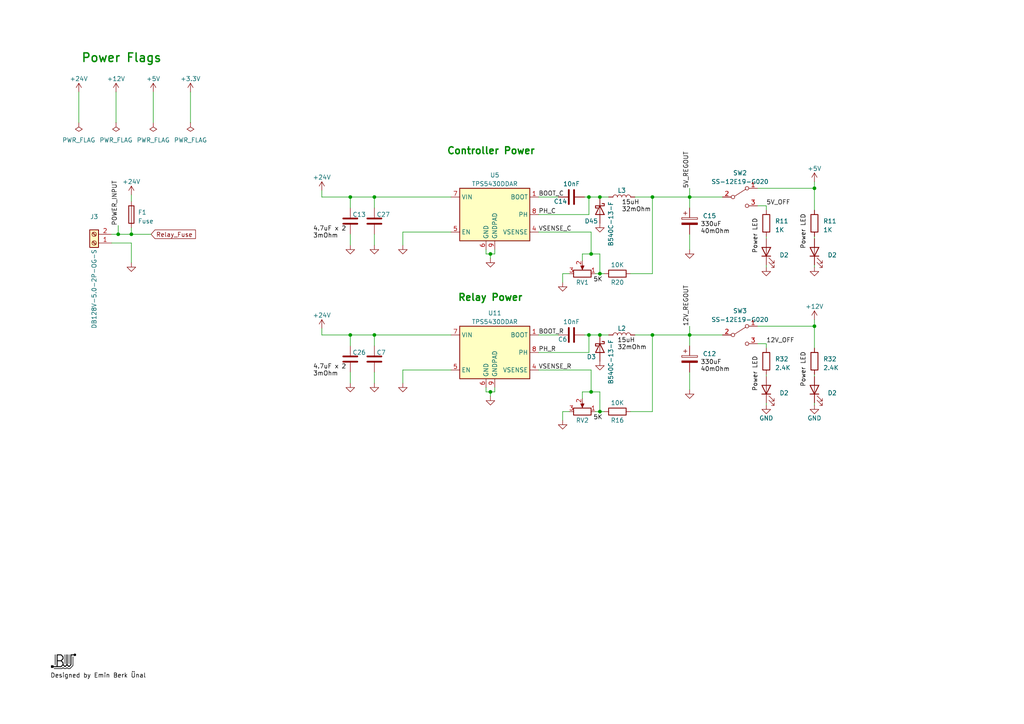
<source format=kicad_sch>
(kicad_sch (version 20230121) (generator eeschema)

  (uuid 552d4483-416b-4ccf-9daf-f8a8c368d55d)

  (paper "A4")

  (title_block
    (title "Power")
    (date "2023-05-16")
    (rev "2")
    (company "OES Maritime Systems Eng. Ltd. Sti.")
  )

  (lib_symbols
    (symbol "Connector:Screw_Terminal_01x02" (pin_names (offset 1.016) hide) (in_bom yes) (on_board yes)
      (property "Reference" "J" (at 0 2.54 0)
        (effects (font (size 1.27 1.27)))
      )
      (property "Value" "Screw_Terminal_01x02" (at 0 -5.08 0)
        (effects (font (size 1.27 1.27)))
      )
      (property "Footprint" "" (at 0 0 0)
        (effects (font (size 1.27 1.27)) hide)
      )
      (property "Datasheet" "~" (at 0 0 0)
        (effects (font (size 1.27 1.27)) hide)
      )
      (property "ki_keywords" "screw terminal" (at 0 0 0)
        (effects (font (size 1.27 1.27)) hide)
      )
      (property "ki_description" "Generic screw terminal, single row, 01x02, script generated (kicad-library-utils/schlib/autogen/connector/)" (at 0 0 0)
        (effects (font (size 1.27 1.27)) hide)
      )
      (property "ki_fp_filters" "TerminalBlock*:*" (at 0 0 0)
        (effects (font (size 1.27 1.27)) hide)
      )
      (symbol "Screw_Terminal_01x02_1_1"
        (rectangle (start -1.27 1.27) (end 1.27 -3.81)
          (stroke (width 0.254) (type default))
          (fill (type background))
        )
        (circle (center 0 -2.54) (radius 0.635)
          (stroke (width 0.1524) (type default))
          (fill (type none))
        )
        (polyline
          (pts
            (xy -0.5334 -2.2098)
            (xy 0.3302 -3.048)
          )
          (stroke (width 0.1524) (type default))
          (fill (type none))
        )
        (polyline
          (pts
            (xy -0.5334 0.3302)
            (xy 0.3302 -0.508)
          )
          (stroke (width 0.1524) (type default))
          (fill (type none))
        )
        (polyline
          (pts
            (xy -0.3556 -2.032)
            (xy 0.508 -2.8702)
          )
          (stroke (width 0.1524) (type default))
          (fill (type none))
        )
        (polyline
          (pts
            (xy -0.3556 0.508)
            (xy 0.508 -0.3302)
          )
          (stroke (width 0.1524) (type default))
          (fill (type none))
        )
        (circle (center 0 0) (radius 0.635)
          (stroke (width 0.1524) (type default))
          (fill (type none))
        )
        (pin passive line (at -5.08 0 0) (length 3.81)
          (name "Pin_1" (effects (font (size 1.27 1.27))))
          (number "1" (effects (font (size 1.27 1.27))))
        )
        (pin passive line (at -5.08 -2.54 0) (length 3.81)
          (name "Pin_2" (effects (font (size 1.27 1.27))))
          (number "2" (effects (font (size 1.27 1.27))))
        )
      )
    )
    (symbol "Device:C" (pin_numbers hide) (pin_names (offset 0.254)) (in_bom yes) (on_board yes)
      (property "Reference" "C" (at 0.635 2.54 0)
        (effects (font (size 1.27 1.27)) (justify left))
      )
      (property "Value" "C" (at 0.635 -2.54 0)
        (effects (font (size 1.27 1.27)) (justify left))
      )
      (property "Footprint" "" (at 0.9652 -3.81 0)
        (effects (font (size 1.27 1.27)) hide)
      )
      (property "Datasheet" "~" (at 0 0 0)
        (effects (font (size 1.27 1.27)) hide)
      )
      (property "ki_keywords" "cap capacitor" (at 0 0 0)
        (effects (font (size 1.27 1.27)) hide)
      )
      (property "ki_description" "Unpolarized capacitor" (at 0 0 0)
        (effects (font (size 1.27 1.27)) hide)
      )
      (property "ki_fp_filters" "C_*" (at 0 0 0)
        (effects (font (size 1.27 1.27)) hide)
      )
      (symbol "C_0_1"
        (polyline
          (pts
            (xy -2.032 -0.762)
            (xy 2.032 -0.762)
          )
          (stroke (width 0.508) (type default))
          (fill (type none))
        )
        (polyline
          (pts
            (xy -2.032 0.762)
            (xy 2.032 0.762)
          )
          (stroke (width 0.508) (type default))
          (fill (type none))
        )
      )
      (symbol "C_1_1"
        (pin passive line (at 0 3.81 270) (length 2.794)
          (name "~" (effects (font (size 1.27 1.27))))
          (number "1" (effects (font (size 1.27 1.27))))
        )
        (pin passive line (at 0 -3.81 90) (length 2.794)
          (name "~" (effects (font (size 1.27 1.27))))
          (number "2" (effects (font (size 1.27 1.27))))
        )
      )
    )
    (symbol "Device:C_Polarized" (pin_numbers hide) (pin_names (offset 0.254)) (in_bom yes) (on_board yes)
      (property "Reference" "C" (at 0.635 2.54 0)
        (effects (font (size 1.27 1.27)) (justify left))
      )
      (property "Value" "C_Polarized" (at 0.635 -2.54 0)
        (effects (font (size 1.27 1.27)) (justify left))
      )
      (property "Footprint" "" (at 0.9652 -3.81 0)
        (effects (font (size 1.27 1.27)) hide)
      )
      (property "Datasheet" "~" (at 0 0 0)
        (effects (font (size 1.27 1.27)) hide)
      )
      (property "ki_keywords" "cap capacitor" (at 0 0 0)
        (effects (font (size 1.27 1.27)) hide)
      )
      (property "ki_description" "Polarized capacitor" (at 0 0 0)
        (effects (font (size 1.27 1.27)) hide)
      )
      (property "ki_fp_filters" "CP_*" (at 0 0 0)
        (effects (font (size 1.27 1.27)) hide)
      )
      (symbol "C_Polarized_0_1"
        (rectangle (start -2.286 0.508) (end 2.286 1.016)
          (stroke (width 0) (type default))
          (fill (type none))
        )
        (polyline
          (pts
            (xy -1.778 2.286)
            (xy -0.762 2.286)
          )
          (stroke (width 0) (type default))
          (fill (type none))
        )
        (polyline
          (pts
            (xy -1.27 2.794)
            (xy -1.27 1.778)
          )
          (stroke (width 0) (type default))
          (fill (type none))
        )
        (rectangle (start 2.286 -0.508) (end -2.286 -1.016)
          (stroke (width 0) (type default))
          (fill (type outline))
        )
      )
      (symbol "C_Polarized_1_1"
        (pin passive line (at 0 3.81 270) (length 2.794)
          (name "~" (effects (font (size 1.27 1.27))))
          (number "1" (effects (font (size 1.27 1.27))))
        )
        (pin passive line (at 0 -3.81 90) (length 2.794)
          (name "~" (effects (font (size 1.27 1.27))))
          (number "2" (effects (font (size 1.27 1.27))))
        )
      )
    )
    (symbol "Device:D_Schottky" (pin_numbers hide) (pin_names (offset 1.016) hide) (in_bom yes) (on_board yes)
      (property "Reference" "D" (at 0 2.54 0)
        (effects (font (size 1.27 1.27)))
      )
      (property "Value" "D_Schottky" (at 0 -2.54 0)
        (effects (font (size 1.27 1.27)))
      )
      (property "Footprint" "" (at 0 0 0)
        (effects (font (size 1.27 1.27)) hide)
      )
      (property "Datasheet" "~" (at 0 0 0)
        (effects (font (size 1.27 1.27)) hide)
      )
      (property "ki_keywords" "diode Schottky" (at 0 0 0)
        (effects (font (size 1.27 1.27)) hide)
      )
      (property "ki_description" "Schottky diode" (at 0 0 0)
        (effects (font (size 1.27 1.27)) hide)
      )
      (property "ki_fp_filters" "TO-???* *_Diode_* *SingleDiode* D_*" (at 0 0 0)
        (effects (font (size 1.27 1.27)) hide)
      )
      (symbol "D_Schottky_0_1"
        (polyline
          (pts
            (xy 1.27 0)
            (xy -1.27 0)
          )
          (stroke (width 0) (type default))
          (fill (type none))
        )
        (polyline
          (pts
            (xy 1.27 1.27)
            (xy 1.27 -1.27)
            (xy -1.27 0)
            (xy 1.27 1.27)
          )
          (stroke (width 0.254) (type default))
          (fill (type none))
        )
        (polyline
          (pts
            (xy -1.905 0.635)
            (xy -1.905 1.27)
            (xy -1.27 1.27)
            (xy -1.27 -1.27)
            (xy -0.635 -1.27)
            (xy -0.635 -0.635)
          )
          (stroke (width 0.254) (type default))
          (fill (type none))
        )
      )
      (symbol "D_Schottky_1_1"
        (pin passive line (at -3.81 0 0) (length 2.54)
          (name "K" (effects (font (size 1.27 1.27))))
          (number "1" (effects (font (size 1.27 1.27))))
        )
        (pin passive line (at 3.81 0 180) (length 2.54)
          (name "A" (effects (font (size 1.27 1.27))))
          (number "2" (effects (font (size 1.27 1.27))))
        )
      )
    )
    (symbol "Device:Fuse" (pin_numbers hide) (pin_names (offset 0)) (in_bom yes) (on_board yes)
      (property "Reference" "F" (at 2.032 0 90)
        (effects (font (size 1.27 1.27)))
      )
      (property "Value" "Fuse" (at -1.905 0 90)
        (effects (font (size 1.27 1.27)))
      )
      (property "Footprint" "" (at -1.778 0 90)
        (effects (font (size 1.27 1.27)) hide)
      )
      (property "Datasheet" "~" (at 0 0 0)
        (effects (font (size 1.27 1.27)) hide)
      )
      (property "ki_keywords" "fuse" (at 0 0 0)
        (effects (font (size 1.27 1.27)) hide)
      )
      (property "ki_description" "Fuse" (at 0 0 0)
        (effects (font (size 1.27 1.27)) hide)
      )
      (property "ki_fp_filters" "*Fuse*" (at 0 0 0)
        (effects (font (size 1.27 1.27)) hide)
      )
      (symbol "Fuse_0_1"
        (rectangle (start -0.762 -2.54) (end 0.762 2.54)
          (stroke (width 0.254) (type default))
          (fill (type none))
        )
        (polyline
          (pts
            (xy 0 2.54)
            (xy 0 -2.54)
          )
          (stroke (width 0) (type default))
          (fill (type none))
        )
      )
      (symbol "Fuse_1_1"
        (pin passive line (at 0 3.81 270) (length 1.27)
          (name "~" (effects (font (size 1.27 1.27))))
          (number "1" (effects (font (size 1.27 1.27))))
        )
        (pin passive line (at 0 -3.81 90) (length 1.27)
          (name "~" (effects (font (size 1.27 1.27))))
          (number "2" (effects (font (size 1.27 1.27))))
        )
      )
    )
    (symbol "Device:L" (pin_numbers hide) (pin_names (offset 1.016) hide) (in_bom yes) (on_board yes)
      (property "Reference" "L" (at -1.27 0 90)
        (effects (font (size 1.27 1.27)))
      )
      (property "Value" "L" (at 1.905 0 90)
        (effects (font (size 1.27 1.27)))
      )
      (property "Footprint" "" (at 0 0 0)
        (effects (font (size 1.27 1.27)) hide)
      )
      (property "Datasheet" "~" (at 0 0 0)
        (effects (font (size 1.27 1.27)) hide)
      )
      (property "ki_keywords" "inductor choke coil reactor magnetic" (at 0 0 0)
        (effects (font (size 1.27 1.27)) hide)
      )
      (property "ki_description" "Inductor" (at 0 0 0)
        (effects (font (size 1.27 1.27)) hide)
      )
      (property "ki_fp_filters" "Choke_* *Coil* Inductor_* L_*" (at 0 0 0)
        (effects (font (size 1.27 1.27)) hide)
      )
      (symbol "L_0_1"
        (arc (start 0 -2.54) (mid 0.6323 -1.905) (end 0 -1.27)
          (stroke (width 0) (type default))
          (fill (type none))
        )
        (arc (start 0 -1.27) (mid 0.6323 -0.635) (end 0 0)
          (stroke (width 0) (type default))
          (fill (type none))
        )
        (arc (start 0 0) (mid 0.6323 0.635) (end 0 1.27)
          (stroke (width 0) (type default))
          (fill (type none))
        )
        (arc (start 0 1.27) (mid 0.6323 1.905) (end 0 2.54)
          (stroke (width 0) (type default))
          (fill (type none))
        )
      )
      (symbol "L_1_1"
        (pin passive line (at 0 3.81 270) (length 1.27)
          (name "1" (effects (font (size 1.27 1.27))))
          (number "1" (effects (font (size 1.27 1.27))))
        )
        (pin passive line (at 0 -3.81 90) (length 1.27)
          (name "2" (effects (font (size 1.27 1.27))))
          (number "2" (effects (font (size 1.27 1.27))))
        )
      )
    )
    (symbol "Device:R" (pin_numbers hide) (pin_names (offset 0)) (in_bom yes) (on_board yes)
      (property "Reference" "R" (at 2.032 0 90)
        (effects (font (size 1.27 1.27)))
      )
      (property "Value" "R" (at 0 0 90)
        (effects (font (size 1.27 1.27)))
      )
      (property "Footprint" "" (at -1.778 0 90)
        (effects (font (size 1.27 1.27)) hide)
      )
      (property "Datasheet" "~" (at 0 0 0)
        (effects (font (size 1.27 1.27)) hide)
      )
      (property "ki_keywords" "R res resistor" (at 0 0 0)
        (effects (font (size 1.27 1.27)) hide)
      )
      (property "ki_description" "Resistor" (at 0 0 0)
        (effects (font (size 1.27 1.27)) hide)
      )
      (property "ki_fp_filters" "R_*" (at 0 0 0)
        (effects (font (size 1.27 1.27)) hide)
      )
      (symbol "R_0_1"
        (rectangle (start -1.016 -2.54) (end 1.016 2.54)
          (stroke (width 0.254) (type default))
          (fill (type none))
        )
      )
      (symbol "R_1_1"
        (pin passive line (at 0 3.81 270) (length 1.27)
          (name "~" (effects (font (size 1.27 1.27))))
          (number "1" (effects (font (size 1.27 1.27))))
        )
        (pin passive line (at 0 -3.81 90) (length 1.27)
          (name "~" (effects (font (size 1.27 1.27))))
          (number "2" (effects (font (size 1.27 1.27))))
        )
      )
    )
    (symbol "Device:R_Potentiometer" (pin_names (offset 1.016) hide) (in_bom yes) (on_board yes)
      (property "Reference" "RV" (at -4.445 0 90)
        (effects (font (size 1.27 1.27)))
      )
      (property "Value" "R_Potentiometer" (at -2.54 0 90)
        (effects (font (size 1.27 1.27)))
      )
      (property "Footprint" "" (at 0 0 0)
        (effects (font (size 1.27 1.27)) hide)
      )
      (property "Datasheet" "~" (at 0 0 0)
        (effects (font (size 1.27 1.27)) hide)
      )
      (property "ki_keywords" "resistor variable" (at 0 0 0)
        (effects (font (size 1.27 1.27)) hide)
      )
      (property "ki_description" "Potentiometer" (at 0 0 0)
        (effects (font (size 1.27 1.27)) hide)
      )
      (property "ki_fp_filters" "Potentiometer*" (at 0 0 0)
        (effects (font (size 1.27 1.27)) hide)
      )
      (symbol "R_Potentiometer_0_1"
        (polyline
          (pts
            (xy 2.54 0)
            (xy 1.524 0)
          )
          (stroke (width 0) (type default))
          (fill (type none))
        )
        (polyline
          (pts
            (xy 1.143 0)
            (xy 2.286 0.508)
            (xy 2.286 -0.508)
            (xy 1.143 0)
          )
          (stroke (width 0) (type default))
          (fill (type outline))
        )
        (rectangle (start 1.016 2.54) (end -1.016 -2.54)
          (stroke (width 0.254) (type default))
          (fill (type none))
        )
      )
      (symbol "R_Potentiometer_1_1"
        (pin passive line (at 0 3.81 270) (length 1.27)
          (name "1" (effects (font (size 1.27 1.27))))
          (number "1" (effects (font (size 1.27 1.27))))
        )
        (pin passive line (at 3.81 0 180) (length 1.27)
          (name "2" (effects (font (size 1.27 1.27))))
          (number "2" (effects (font (size 1.27 1.27))))
        )
        (pin passive line (at 0 -3.81 90) (length 1.27)
          (name "3" (effects (font (size 1.27 1.27))))
          (number "3" (effects (font (size 1.27 1.27))))
        )
      )
    )
    (symbol "LED:IR26-21C_L110_TR8" (pin_numbers hide) (pin_names (offset 1.016) hide) (in_bom yes) (on_board yes)
      (property "Reference" "D" (at 0 2.54 0)
        (effects (font (size 1.27 1.27)))
      )
      (property "Value" "IR26-21C_L110_TR8" (at 0 -3.81 0)
        (effects (font (size 1.27 1.27)))
      )
      (property "Footprint" "LED_SMD:LED_1206_3216Metric" (at 0 5.08 0)
        (effects (font (size 1.27 1.27)) hide)
      )
      (property "Datasheet" "http://www.everlight.com/file/ProductFile/IR26-21C-L110-TR8.pdf" (at 0 0 0)
        (effects (font (size 1.27 1.27)) hide)
      )
      (property "ki_keywords" "IR LED" (at 0 0 0)
        (effects (font (size 1.27 1.27)) hide)
      )
      (property "ki_description" "940nm, 20 deg, Infrared LED, 1206" (at 0 0 0)
        (effects (font (size 1.27 1.27)) hide)
      )
      (property "ki_fp_filters" "LED*1206*3216Metric*" (at 0 0 0)
        (effects (font (size 1.27 1.27)) hide)
      )
      (symbol "IR26-21C_L110_TR8_0_1"
        (polyline
          (pts
            (xy -1.27 -1.27)
            (xy -1.27 1.27)
          )
          (stroke (width 0.254) (type default))
          (fill (type none))
        )
        (polyline
          (pts
            (xy -1.27 0)
            (xy 1.27 0)
          )
          (stroke (width 0) (type default))
          (fill (type none))
        )
        (polyline
          (pts
            (xy 1.27 -1.27)
            (xy 1.27 1.27)
            (xy -1.27 0)
            (xy 1.27 -1.27)
          )
          (stroke (width 0.254) (type default))
          (fill (type none))
        )
        (polyline
          (pts
            (xy -3.048 -0.762)
            (xy -4.572 -2.286)
            (xy -3.81 -2.286)
            (xy -4.572 -2.286)
            (xy -4.572 -1.524)
          )
          (stroke (width 0) (type default))
          (fill (type none))
        )
        (polyline
          (pts
            (xy -1.778 -0.762)
            (xy -3.302 -2.286)
            (xy -2.54 -2.286)
            (xy -3.302 -2.286)
            (xy -3.302 -1.524)
          )
          (stroke (width 0) (type default))
          (fill (type none))
        )
      )
      (symbol "IR26-21C_L110_TR8_1_1"
        (pin passive line (at -3.81 0 0) (length 2.54)
          (name "K" (effects (font (size 1.27 1.27))))
          (number "1" (effects (font (size 1.27 1.27))))
        )
        (pin passive line (at 3.81 0 180) (length 2.54)
          (name "A" (effects (font (size 1.27 1.27))))
          (number "2" (effects (font (size 1.27 1.27))))
        )
      )
    )
    (symbol "Regulator_Switching:TPS5430DDA" (in_bom yes) (on_board yes)
      (property "Reference" "U" (at -10.16 8.89 0)
        (effects (font (size 1.27 1.27)) (justify left))
      )
      (property "Value" "TPS5430DDA" (at -1.27 8.89 0)
        (effects (font (size 1.27 1.27)) (justify left))
      )
      (property "Footprint" "Package_SO:TI_SO-PowerPAD-8_ThermalVias" (at 1.27 -8.89 0)
        (effects (font (size 1.27 1.27) italic) (justify left) hide)
      )
      (property "Datasheet" "http://www.ti.com/lit/ds/symlink/tps5430.pdf" (at 0 0 0)
        (effects (font (size 1.27 1.27)) hide)
      )
      (property "ki_keywords" "Step-Down DC-DC Switching Regulator" (at 0 0 0)
        (effects (font (size 1.27 1.27)) hide)
      )
      (property "ki_description" "3A, Step Down Swift Converter, Adjustable Output Voltage, 5.5-36V Input Voltage, PowerSO-8" (at 0 0 0)
        (effects (font (size 1.27 1.27)) hide)
      )
      (property "ki_fp_filters" "TI*SO*PowerPAD*ThermalVias*" (at 0 0 0)
        (effects (font (size 1.27 1.27)) hide)
      )
      (symbol "TPS5430DDA_0_1"
        (rectangle (start -10.16 7.62) (end 10.16 -7.62)
          (stroke (width 0.254) (type default))
          (fill (type background))
        )
      )
      (symbol "TPS5430DDA_1_1"
        (pin input line (at 12.7 5.08 180) (length 2.54)
          (name "BOOT" (effects (font (size 1.27 1.27))))
          (number "1" (effects (font (size 1.27 1.27))))
        )
        (pin no_connect line (at -10.16 2.54 0) (length 2.54) hide
          (name "NC" (effects (font (size 1.27 1.27))))
          (number "2" (effects (font (size 1.27 1.27))))
        )
        (pin no_connect line (at -10.16 -2.54 0) (length 2.54) hide
          (name "NC" (effects (font (size 1.27 1.27))))
          (number "3" (effects (font (size 1.27 1.27))))
        )
        (pin input line (at 12.7 -5.08 180) (length 2.54)
          (name "VSENSE" (effects (font (size 1.27 1.27))))
          (number "4" (effects (font (size 1.27 1.27))))
        )
        (pin input line (at -12.7 -5.08 0) (length 2.54)
          (name "EN" (effects (font (size 1.27 1.27))))
          (number "5" (effects (font (size 1.27 1.27))))
        )
        (pin power_in line (at -2.54 -10.16 90) (length 2.54)
          (name "GND" (effects (font (size 1.27 1.27))))
          (number "6" (effects (font (size 1.27 1.27))))
        )
        (pin power_in line (at -12.7 5.08 0) (length 2.54)
          (name "VIN" (effects (font (size 1.27 1.27))))
          (number "7" (effects (font (size 1.27 1.27))))
        )
        (pin output line (at 12.7 0 180) (length 2.54)
          (name "PH" (effects (font (size 1.27 1.27))))
          (number "8" (effects (font (size 1.27 1.27))))
        )
        (pin power_in line (at 0 -10.16 90) (length 2.54)
          (name "GNDPAD" (effects (font (size 1.27 1.27))))
          (number "9" (effects (font (size 1.27 1.27))))
        )
      )
    )
    (symbol "Switch:SW_SPDT" (pin_names (offset 0) hide) (in_bom yes) (on_board yes)
      (property "Reference" "SW" (at 0 4.318 0)
        (effects (font (size 1.27 1.27)))
      )
      (property "Value" "SW_SPDT" (at 0 -5.08 0)
        (effects (font (size 1.27 1.27)))
      )
      (property "Footprint" "" (at 0 0 0)
        (effects (font (size 1.27 1.27)) hide)
      )
      (property "Datasheet" "~" (at 0 0 0)
        (effects (font (size 1.27 1.27)) hide)
      )
      (property "ki_keywords" "switch single-pole double-throw spdt ON-ON" (at 0 0 0)
        (effects (font (size 1.27 1.27)) hide)
      )
      (property "ki_description" "Switch, single pole double throw" (at 0 0 0)
        (effects (font (size 1.27 1.27)) hide)
      )
      (symbol "SW_SPDT_0_0"
        (circle (center -2.032 0) (radius 0.508)
          (stroke (width 0) (type default))
          (fill (type none))
        )
        (circle (center 2.032 -2.54) (radius 0.508)
          (stroke (width 0) (type default))
          (fill (type none))
        )
      )
      (symbol "SW_SPDT_0_1"
        (polyline
          (pts
            (xy -1.524 0.254)
            (xy 1.651 2.286)
          )
          (stroke (width 0) (type default))
          (fill (type none))
        )
        (circle (center 2.032 2.54) (radius 0.508)
          (stroke (width 0) (type default))
          (fill (type none))
        )
      )
      (symbol "SW_SPDT_1_1"
        (pin passive line (at 5.08 2.54 180) (length 2.54)
          (name "A" (effects (font (size 1.27 1.27))))
          (number "1" (effects (font (size 1.27 1.27))))
        )
        (pin passive line (at -5.08 0 0) (length 2.54)
          (name "B" (effects (font (size 1.27 1.27))))
          (number "2" (effects (font (size 1.27 1.27))))
        )
        (pin passive line (at 5.08 -2.54 180) (length 2.54)
          (name "C" (effects (font (size 1.27 1.27))))
          (number "3" (effects (font (size 1.27 1.27))))
        )
      )
    )
    (symbol "power:+12V" (power) (pin_names (offset 0)) (in_bom yes) (on_board yes)
      (property "Reference" "#PWR" (at 0 -3.81 0)
        (effects (font (size 1.27 1.27)) hide)
      )
      (property "Value" "+12V" (at 0 3.556 0)
        (effects (font (size 1.27 1.27)))
      )
      (property "Footprint" "" (at 0 0 0)
        (effects (font (size 1.27 1.27)) hide)
      )
      (property "Datasheet" "" (at 0 0 0)
        (effects (font (size 1.27 1.27)) hide)
      )
      (property "ki_keywords" "global power" (at 0 0 0)
        (effects (font (size 1.27 1.27)) hide)
      )
      (property "ki_description" "Power symbol creates a global label with name \"+12V\"" (at 0 0 0)
        (effects (font (size 1.27 1.27)) hide)
      )
      (symbol "+12V_0_1"
        (polyline
          (pts
            (xy -0.762 1.27)
            (xy 0 2.54)
          )
          (stroke (width 0) (type default))
          (fill (type none))
        )
        (polyline
          (pts
            (xy 0 0)
            (xy 0 2.54)
          )
          (stroke (width 0) (type default))
          (fill (type none))
        )
        (polyline
          (pts
            (xy 0 2.54)
            (xy 0.762 1.27)
          )
          (stroke (width 0) (type default))
          (fill (type none))
        )
      )
      (symbol "+12V_1_1"
        (pin power_in line (at 0 0 90) (length 0) hide
          (name "+12V" (effects (font (size 1.27 1.27))))
          (number "1" (effects (font (size 1.27 1.27))))
        )
      )
    )
    (symbol "power:+24V" (power) (pin_names (offset 0)) (in_bom yes) (on_board yes)
      (property "Reference" "#PWR" (at 0 -3.81 0)
        (effects (font (size 1.27 1.27)) hide)
      )
      (property "Value" "+24V" (at 0 3.556 0)
        (effects (font (size 1.27 1.27)))
      )
      (property "Footprint" "" (at 0 0 0)
        (effects (font (size 1.27 1.27)) hide)
      )
      (property "Datasheet" "" (at 0 0 0)
        (effects (font (size 1.27 1.27)) hide)
      )
      (property "ki_keywords" "global power" (at 0 0 0)
        (effects (font (size 1.27 1.27)) hide)
      )
      (property "ki_description" "Power symbol creates a global label with name \"+24V\"" (at 0 0 0)
        (effects (font (size 1.27 1.27)) hide)
      )
      (symbol "+24V_0_1"
        (polyline
          (pts
            (xy -0.762 1.27)
            (xy 0 2.54)
          )
          (stroke (width 0) (type default))
          (fill (type none))
        )
        (polyline
          (pts
            (xy 0 0)
            (xy 0 2.54)
          )
          (stroke (width 0) (type default))
          (fill (type none))
        )
        (polyline
          (pts
            (xy 0 2.54)
            (xy 0.762 1.27)
          )
          (stroke (width 0) (type default))
          (fill (type none))
        )
      )
      (symbol "+24V_1_1"
        (pin power_in line (at 0 0 90) (length 0) hide
          (name "+24V" (effects (font (size 1.27 1.27))))
          (number "1" (effects (font (size 1.27 1.27))))
        )
      )
    )
    (symbol "power:+3.3V" (power) (pin_names (offset 0)) (in_bom yes) (on_board yes)
      (property "Reference" "#PWR" (at 0 -3.81 0)
        (effects (font (size 1.27 1.27)) hide)
      )
      (property "Value" "+3.3V" (at 0 3.556 0)
        (effects (font (size 1.27 1.27)))
      )
      (property "Footprint" "" (at 0 0 0)
        (effects (font (size 1.27 1.27)) hide)
      )
      (property "Datasheet" "" (at 0 0 0)
        (effects (font (size 1.27 1.27)) hide)
      )
      (property "ki_keywords" "global power" (at 0 0 0)
        (effects (font (size 1.27 1.27)) hide)
      )
      (property "ki_description" "Power symbol creates a global label with name \"+3.3V\"" (at 0 0 0)
        (effects (font (size 1.27 1.27)) hide)
      )
      (symbol "+3.3V_0_1"
        (polyline
          (pts
            (xy -0.762 1.27)
            (xy 0 2.54)
          )
          (stroke (width 0) (type default))
          (fill (type none))
        )
        (polyline
          (pts
            (xy 0 0)
            (xy 0 2.54)
          )
          (stroke (width 0) (type default))
          (fill (type none))
        )
        (polyline
          (pts
            (xy 0 2.54)
            (xy 0.762 1.27)
          )
          (stroke (width 0) (type default))
          (fill (type none))
        )
      )
      (symbol "+3.3V_1_1"
        (pin power_in line (at 0 0 90) (length 0) hide
          (name "+3.3V" (effects (font (size 1.27 1.27))))
          (number "1" (effects (font (size 1.27 1.27))))
        )
      )
    )
    (symbol "power:+5V" (power) (pin_names (offset 0)) (in_bom yes) (on_board yes)
      (property "Reference" "#PWR" (at 0 -3.81 0)
        (effects (font (size 1.27 1.27)) hide)
      )
      (property "Value" "+5V" (at 0 3.556 0)
        (effects (font (size 1.27 1.27)))
      )
      (property "Footprint" "" (at 0 0 0)
        (effects (font (size 1.27 1.27)) hide)
      )
      (property "Datasheet" "" (at 0 0 0)
        (effects (font (size 1.27 1.27)) hide)
      )
      (property "ki_keywords" "global power" (at 0 0 0)
        (effects (font (size 1.27 1.27)) hide)
      )
      (property "ki_description" "Power symbol creates a global label with name \"+5V\"" (at 0 0 0)
        (effects (font (size 1.27 1.27)) hide)
      )
      (symbol "+5V_0_1"
        (polyline
          (pts
            (xy -0.762 1.27)
            (xy 0 2.54)
          )
          (stroke (width 0) (type default))
          (fill (type none))
        )
        (polyline
          (pts
            (xy 0 0)
            (xy 0 2.54)
          )
          (stroke (width 0) (type default))
          (fill (type none))
        )
        (polyline
          (pts
            (xy 0 2.54)
            (xy 0.762 1.27)
          )
          (stroke (width 0) (type default))
          (fill (type none))
        )
      )
      (symbol "+5V_1_1"
        (pin power_in line (at 0 0 90) (length 0) hide
          (name "+5V" (effects (font (size 1.27 1.27))))
          (number "1" (effects (font (size 1.27 1.27))))
        )
      )
    )
    (symbol "power:GND" (power) (pin_names (offset 0)) (in_bom yes) (on_board yes)
      (property "Reference" "#PWR" (at 0 -6.35 0)
        (effects (font (size 1.27 1.27)) hide)
      )
      (property "Value" "GND" (at 0 -3.81 0)
        (effects (font (size 1.27 1.27)))
      )
      (property "Footprint" "" (at 0 0 0)
        (effects (font (size 1.27 1.27)) hide)
      )
      (property "Datasheet" "" (at 0 0 0)
        (effects (font (size 1.27 1.27)) hide)
      )
      (property "ki_keywords" "global power" (at 0 0 0)
        (effects (font (size 1.27 1.27)) hide)
      )
      (property "ki_description" "Power symbol creates a global label with name \"GND\" , ground" (at 0 0 0)
        (effects (font (size 1.27 1.27)) hide)
      )
      (symbol "GND_0_1"
        (polyline
          (pts
            (xy 0 0)
            (xy 0 -1.27)
            (xy 1.27 -1.27)
            (xy 0 -2.54)
            (xy -1.27 -1.27)
            (xy 0 -1.27)
          )
          (stroke (width 0) (type default))
          (fill (type none))
        )
      )
      (symbol "GND_1_1"
        (pin power_in line (at 0 0 270) (length 0) hide
          (name "GND" (effects (font (size 1.27 1.27))))
          (number "1" (effects (font (size 1.27 1.27))))
        )
      )
    )
    (symbol "power:PWR_FLAG" (power) (pin_numbers hide) (pin_names (offset 0) hide) (in_bom yes) (on_board yes)
      (property "Reference" "#FLG" (at 0 1.905 0)
        (effects (font (size 1.27 1.27)) hide)
      )
      (property "Value" "PWR_FLAG" (at 0 3.81 0)
        (effects (font (size 1.27 1.27)))
      )
      (property "Footprint" "" (at 0 0 0)
        (effects (font (size 1.27 1.27)) hide)
      )
      (property "Datasheet" "~" (at 0 0 0)
        (effects (font (size 1.27 1.27)) hide)
      )
      (property "ki_keywords" "flag power" (at 0 0 0)
        (effects (font (size 1.27 1.27)) hide)
      )
      (property "ki_description" "Special symbol for telling ERC where power comes from" (at 0 0 0)
        (effects (font (size 1.27 1.27)) hide)
      )
      (symbol "PWR_FLAG_0_0"
        (pin power_out line (at 0 0 90) (length 0)
          (name "pwr" (effects (font (size 1.27 1.27))))
          (number "1" (effects (font (size 1.27 1.27))))
        )
      )
      (symbol "PWR_FLAG_0_1"
        (polyline
          (pts
            (xy 0 0)
            (xy 0 1.27)
            (xy -1.016 1.905)
            (xy 0 2.54)
            (xy 1.016 1.905)
            (xy 0 1.27)
          )
          (stroke (width 0) (type default))
          (fill (type none))
        )
      )
    )
  )

  (junction (at 171.45 73.66) (diameter 0) (color 0 0 0 0)
    (uuid 05b4182e-f4f7-4770-86d2-b460ef1d9cd0)
  )
  (junction (at 173.99 97.155) (diameter 0) (color 0 0 0 0)
    (uuid 0cc9216f-930d-4c92-af25-63327a7e69e6)
  )
  (junction (at 173.99 119.38) (diameter 0) (color 0 0 0 0)
    (uuid 0de79f59-4489-4aa0-b5ff-50fd3026f052)
  )
  (junction (at 236.22 94.615) (diameter 0) (color 0 0 0 0)
    (uuid 248ffe0e-19b6-424a-aacc-89a8b7b702a7)
  )
  (junction (at 170.815 97.155) (diameter 0) (color 0 0 0 0)
    (uuid 27af7354-0ce6-4740-860c-0e685504c49e)
  )
  (junction (at 173.99 57.15) (diameter 0) (color 0 0 0 0)
    (uuid 4393a8c3-2f62-4e97-a74f-26c63c52dc9f)
  )
  (junction (at 101.6 57.15) (diameter 0) (color 0 0 0 0)
    (uuid 4ed41485-34e6-42b6-b32a-37ffcd66810b)
  )
  (junction (at 108.585 97.155) (diameter 0) (color 0 0 0 0)
    (uuid 50880ec2-937a-4db5-94a0-022ff9d2bafa)
  )
  (junction (at 142.24 73.66) (diameter 0) (color 0 0 0 0)
    (uuid 558a1763-69d0-49c5-93a1-667495ab4d0c)
  )
  (junction (at 101.6 97.155) (diameter 0) (color 0 0 0 0)
    (uuid 7823bd9b-a8c9-4757-9418-a372c0c2aa78)
  )
  (junction (at 142.24 113.665) (diameter 0) (color 0 0 0 0)
    (uuid 7ee67f53-f491-41c3-aecf-7ee5769a27e1)
  )
  (junction (at 38.1 67.945) (diameter 0) (color 0 0 0 0)
    (uuid 9b9fd79f-0fbf-4c21-a09d-6b9a8ba63c5f)
  )
  (junction (at 171.45 113.665) (diameter 0) (color 0 0 0 0)
    (uuid a1cea52e-2606-47a7-bb68-61348cfb18cd)
  )
  (junction (at 236.22 54.61) (diameter 0) (color 0 0 0 0)
    (uuid a62627ac-43c1-483d-ad74-1a1debfa6693)
  )
  (junction (at 189.23 97.155) (diameter 0) (color 0 0 0 0)
    (uuid ad6da0a2-a71e-47ba-807c-0e646890707b)
  )
  (junction (at 173.99 79.375) (diameter 0) (color 0 0 0 0)
    (uuid cc1c40da-dba7-49f2-a4eb-5af35319f887)
  )
  (junction (at 200.025 97.155) (diameter 0) (color 0 0 0 0)
    (uuid dd0c6586-6055-4db3-9b45-b13ad3654335)
  )
  (junction (at 200.025 57.15) (diameter 0) (color 0 0 0 0)
    (uuid e537eb6a-14e5-4ee5-95c6-f9d0ac1304ec)
  )
  (junction (at 189.23 57.15) (diameter 0) (color 0 0 0 0)
    (uuid e6e0d26f-7cde-404c-ad07-84a6ab312fae)
  )
  (junction (at 170.815 57.15) (diameter 0) (color 0 0 0 0)
    (uuid ef747776-946e-44bb-b857-d3bdc7048349)
  )
  (junction (at 108.585 57.15) (diameter 0) (color 0 0 0 0)
    (uuid f56c0f9f-5cc1-4abf-ad5b-071d9324b65c)
  )
  (junction (at 34.29 67.945) (diameter 0) (color 0 0 0 0)
    (uuid ff0d8bdd-2ad8-41fe-86cb-798466783194)
  )

  (wire (pts (xy 200.025 72.39) (xy 200.025 67.945))
    (stroke (width 0) (type default))
    (uuid 01e9e0e5-f244-40ee-92af-9eb98f049888)
  )
  (wire (pts (xy 142.24 73.66) (xy 142.24 74.93))
    (stroke (width 0) (type default))
    (uuid 07ca7a7b-f9bd-4782-b9f4-b7a6616ec1bf)
  )
  (wire (pts (xy 222.25 108.585) (xy 222.25 109.22))
    (stroke (width 0) (type default))
    (uuid 0880fa2d-0d69-415a-adda-c9b6a7f017c1)
  )
  (wire (pts (xy 200.025 97.155) (xy 209.55 97.155))
    (stroke (width 0) (type default))
    (uuid 0b9b6a1d-e3c7-4af3-b224-e48aa89ac779)
  )
  (wire (pts (xy 173.99 119.38) (xy 172.72 119.38))
    (stroke (width 0) (type default))
    (uuid 0bf6fd6f-5ba1-45f1-bbd8-1701f0d26dca)
  )
  (wire (pts (xy 173.99 57.15) (xy 170.815 57.15))
    (stroke (width 0) (type default))
    (uuid 0f8726df-9e42-47e4-b7c9-9b4d52e01048)
  )
  (wire (pts (xy 236.22 108.585) (xy 236.22 109.22))
    (stroke (width 0) (type default))
    (uuid 1263a78c-449a-4b8f-84b7-7d320415058b)
  )
  (wire (pts (xy 140.97 112.395) (xy 140.97 113.665))
    (stroke (width 0) (type default))
    (uuid 14a5b372-b1e8-42b3-ac30-1b44ed58aca4)
  )
  (wire (pts (xy 93.345 95.25) (xy 93.345 97.155))
    (stroke (width 0) (type default))
    (uuid 16f01431-d1ec-48ab-aa88-0388182b269a)
  )
  (wire (pts (xy 101.6 57.15) (xy 108.585 57.15))
    (stroke (width 0) (type default))
    (uuid 1719fc1d-f42a-4016-8914-b5dedf79669b)
  )
  (wire (pts (xy 108.585 67.945) (xy 108.585 71.12))
    (stroke (width 0) (type default))
    (uuid 1858a8d6-2d92-4023-944b-2cbe02a4f6a4)
  )
  (wire (pts (xy 184.15 57.15) (xy 189.23 57.15))
    (stroke (width 0) (type default))
    (uuid 1f0311a3-7812-4d82-8f3f-4a24e561f0da)
  )
  (wire (pts (xy 189.23 97.155) (xy 189.23 119.38))
    (stroke (width 0) (type default))
    (uuid 243844ab-1bda-4e49-9206-b726efb4bfa5)
  )
  (wire (pts (xy 156.21 107.315) (xy 171.45 107.315))
    (stroke (width 0) (type default))
    (uuid 2a0776d0-d9fb-43e6-a82e-5f969be7720c)
  )
  (wire (pts (xy 169.545 97.155) (xy 170.815 97.155))
    (stroke (width 0) (type default))
    (uuid 2d5e3e31-fa0b-44b5-a717-b5cc9a2785a4)
  )
  (wire (pts (xy 101.6 57.15) (xy 101.6 60.325))
    (stroke (width 0) (type default))
    (uuid 2e3ca035-1b1c-47f7-8f4f-078a989ad18e)
  )
  (wire (pts (xy 222.25 59.69) (xy 219.71 59.69))
    (stroke (width 0) (type default))
    (uuid 3327aec3-6309-4971-b1ff-5be9085f2698)
  )
  (wire (pts (xy 222.25 116.84) (xy 222.25 117.475))
    (stroke (width 0) (type default))
    (uuid 3397742c-642e-4c3e-baca-28e3fc099738)
  )
  (wire (pts (xy 184.15 97.155) (xy 189.23 97.155))
    (stroke (width 0) (type default))
    (uuid 343c0c82-4906-4cb5-ae16-bd5e386c4d4e)
  )
  (wire (pts (xy 143.51 112.395) (xy 143.51 113.665))
    (stroke (width 0) (type default))
    (uuid 3791336c-8048-45c6-9d52-2812eae07fad)
  )
  (wire (pts (xy 200.025 57.15) (xy 200.025 60.325))
    (stroke (width 0) (type default))
    (uuid 3b1da724-d1c0-4ef7-9a8e-22bc72a39c7a)
  )
  (wire (pts (xy 34.29 67.945) (xy 38.1 67.945))
    (stroke (width 0) (type default))
    (uuid 41489fb2-cc4a-47f8-adea-eaffd05248ef)
  )
  (wire (pts (xy 108.585 97.155) (xy 130.81 97.155))
    (stroke (width 0) (type default))
    (uuid 4803b59e-8630-4abf-aab2-99b5e2e31e63)
  )
  (wire (pts (xy 143.51 72.39) (xy 143.51 73.66))
    (stroke (width 0) (type default))
    (uuid 480584d2-d6cd-4a6f-becc-e66cb2631904)
  )
  (wire (pts (xy 170.815 62.23) (xy 170.815 57.15))
    (stroke (width 0) (type default))
    (uuid 4e030689-ef4b-4da9-80cb-24aebbd327a7)
  )
  (wire (pts (xy 156.21 57.15) (xy 161.925 57.15))
    (stroke (width 0) (type default))
    (uuid 4f2fddc2-a602-4212-8201-7cf8d2e42918)
  )
  (wire (pts (xy 108.585 57.15) (xy 130.81 57.15))
    (stroke (width 0) (type default))
    (uuid 523b5808-25c2-44f5-888e-fd818ad96509)
  )
  (wire (pts (xy 222.25 60.96) (xy 222.25 59.69))
    (stroke (width 0) (type default))
    (uuid 5532b6d1-7c44-4e7d-be9c-d1f1f5b68f42)
  )
  (wire (pts (xy 182.88 79.375) (xy 189.23 79.375))
    (stroke (width 0) (type default))
    (uuid 556ff66a-f5da-4281-b817-66d2ca87fc96)
  )
  (wire (pts (xy 189.23 57.15) (xy 200.025 57.15))
    (stroke (width 0) (type default))
    (uuid 582afc8f-6cfb-436e-a2ce-3ac0fe0d4997)
  )
  (wire (pts (xy 236.22 94.615) (xy 236.22 92.71))
    (stroke (width 0) (type default))
    (uuid 593b7b4d-d7c9-4b4a-90e4-ca51ea121886)
  )
  (wire (pts (xy 171.45 113.665) (xy 168.91 113.665))
    (stroke (width 0) (type default))
    (uuid 596919c1-a3ed-4afc-9cb0-8977ae42439c)
  )
  (wire (pts (xy 200.025 94.615) (xy 200.025 97.155))
    (stroke (width 0) (type default))
    (uuid 5a7de569-d26a-442d-bbd7-a47b5674ab2b)
  )
  (wire (pts (xy 143.51 73.66) (xy 142.24 73.66))
    (stroke (width 0) (type default))
    (uuid 5c0f915f-37e9-49b1-ba52-6424a417120d)
  )
  (wire (pts (xy 163.195 119.38) (xy 163.195 121.92))
    (stroke (width 0) (type default))
    (uuid 5db37bff-6b53-422a-b73e-9e2c06fd8426)
  )
  (wire (pts (xy 93.345 97.155) (xy 101.6 97.155))
    (stroke (width 0) (type default))
    (uuid 5e917564-7ea7-4b35-a71c-9c77c758c8c8)
  )
  (wire (pts (xy 156.21 97.155) (xy 161.925 97.155))
    (stroke (width 0) (type default))
    (uuid 5e991a8c-7880-40a9-8b37-31bb56b7049c)
  )
  (wire (pts (xy 200.025 97.155) (xy 200.025 100.33))
    (stroke (width 0) (type default))
    (uuid 61023a6e-79bd-46c5-a03a-d45f66c5b605)
  )
  (wire (pts (xy 33.655 26.67) (xy 33.655 35.56))
    (stroke (width 0) (type default))
    (uuid 62695ebc-0177-463d-af74-c1c6bfbfade3)
  )
  (wire (pts (xy 44.45 26.67) (xy 44.45 35.56))
    (stroke (width 0) (type default))
    (uuid 62c7b1d0-bb05-4b77-ba02-8b4808e9fb58)
  )
  (wire (pts (xy 55.245 26.67) (xy 55.245 35.56))
    (stroke (width 0) (type default))
    (uuid 637a64a4-9b45-416c-8709-cc306d5afe78)
  )
  (wire (pts (xy 200.025 54.61) (xy 200.025 57.15))
    (stroke (width 0) (type default))
    (uuid 637f4529-2604-48ea-ba01-6b7ad3df46b3)
  )
  (wire (pts (xy 173.99 113.665) (xy 171.45 113.665))
    (stroke (width 0) (type default))
    (uuid 666a67e6-51e8-41fc-91d0-30e29f4d6577)
  )
  (wire (pts (xy 101.6 97.155) (xy 108.585 97.155))
    (stroke (width 0) (type default))
    (uuid 6f2fce73-b45f-49f8-8cd0-a627505b6b44)
  )
  (wire (pts (xy 173.99 97.155) (xy 170.815 97.155))
    (stroke (width 0) (type default))
    (uuid 77f4168f-032e-46de-a72a-079f7b21de4e)
  )
  (wire (pts (xy 142.24 113.665) (xy 142.24 114.935))
    (stroke (width 0) (type default))
    (uuid 78ebd494-274b-43ed-963e-865ec1082211)
  )
  (wire (pts (xy 173.99 79.375) (xy 173.99 73.66))
    (stroke (width 0) (type default))
    (uuid 7a9db697-a45d-4047-9cf3-d12924938cb1)
  )
  (wire (pts (xy 175.26 79.375) (xy 173.99 79.375))
    (stroke (width 0) (type default))
    (uuid 7ba9dce9-2754-4a2f-91c6-a92d9dddd938)
  )
  (wire (pts (xy 236.22 68.58) (xy 236.22 69.215))
    (stroke (width 0) (type default))
    (uuid 7e30c348-02b7-4f81-9b7a-82918858ccae)
  )
  (wire (pts (xy 163.195 79.375) (xy 165.1 79.375))
    (stroke (width 0) (type default))
    (uuid 804b372b-d5c4-489c-a128-a6598fe8c5ee)
  )
  (wire (pts (xy 22.86 26.67) (xy 22.86 35.56))
    (stroke (width 0) (type default))
    (uuid 8207e04f-9267-4da5-b05a-009caf397be0)
  )
  (wire (pts (xy 32.385 70.485) (xy 38.1 70.485))
    (stroke (width 0) (type default))
    (uuid 84f2edc1-ae85-4ae8-8a5e-e19abf514d92)
  )
  (wire (pts (xy 236.22 116.84) (xy 236.22 117.475))
    (stroke (width 0) (type default))
    (uuid 850c5178-b5bf-43f4-bd2b-1add0df6ad9e)
  )
  (wire (pts (xy 171.45 107.315) (xy 171.45 113.665))
    (stroke (width 0) (type default))
    (uuid 883fb975-8efc-4005-a176-54a893392aa2)
  )
  (wire (pts (xy 222.25 68.58) (xy 222.25 69.215))
    (stroke (width 0) (type default))
    (uuid 89a17f04-ff06-451c-a767-ddbae8f99b74)
  )
  (wire (pts (xy 171.45 67.31) (xy 171.45 73.66))
    (stroke (width 0) (type default))
    (uuid 8bdb7c17-0f36-4065-ba68-69b60f3d97a9)
  )
  (wire (pts (xy 168.91 73.66) (xy 168.91 75.565))
    (stroke (width 0) (type default))
    (uuid 8c850a97-1c3a-4e1d-abef-0f7944857bf0)
  )
  (wire (pts (xy 163.195 119.38) (xy 165.1 119.38))
    (stroke (width 0) (type default))
    (uuid 90280e41-ec5a-4ce5-a848-d2af1c93e9fc)
  )
  (wire (pts (xy 189.23 97.155) (xy 200.025 97.155))
    (stroke (width 0) (type default))
    (uuid 918d7713-8cfa-4ccd-92ec-277328948dcf)
  )
  (wire (pts (xy 108.585 60.325) (xy 108.585 57.15))
    (stroke (width 0) (type default))
    (uuid 94a474dd-4067-4215-8273-b088bdaec780)
  )
  (wire (pts (xy 156.21 62.23) (xy 170.815 62.23))
    (stroke (width 0) (type default))
    (uuid 9603cbee-b57e-47ed-8bc4-c0fae83ffb6a)
  )
  (wire (pts (xy 236.22 54.61) (xy 236.22 52.705))
    (stroke (width 0) (type default))
    (uuid 98441f08-2da8-4b38-919f-6682c830e138)
  )
  (wire (pts (xy 236.22 100.965) (xy 236.22 94.615))
    (stroke (width 0) (type default))
    (uuid 991847b8-4a28-4cee-b8f4-8a12bb1321a4)
  )
  (wire (pts (xy 93.345 57.15) (xy 101.6 57.15))
    (stroke (width 0) (type default))
    (uuid 9cd68bc6-a27a-407f-9461-67e093c06071)
  )
  (wire (pts (xy 34.29 65.405) (xy 34.29 67.945))
    (stroke (width 0) (type default))
    (uuid 9d3302e4-9dc2-4289-b41b-8ed200ab5392)
  )
  (wire (pts (xy 222.25 100.965) (xy 222.25 99.695))
    (stroke (width 0) (type default))
    (uuid 9dc0d4cd-435d-433b-99dd-9be862b4b895)
  )
  (wire (pts (xy 222.25 76.835) (xy 222.25 77.47))
    (stroke (width 0) (type default))
    (uuid 9fc83aaf-ed5d-4950-9025-b0b90c46c1e0)
  )
  (wire (pts (xy 175.26 119.38) (xy 173.99 119.38))
    (stroke (width 0) (type default))
    (uuid a5e31426-96a7-47b5-ac7c-c6be4184bb65)
  )
  (wire (pts (xy 38.1 70.485) (xy 38.1 76.2))
    (stroke (width 0) (type default))
    (uuid aa45068f-af05-423b-abae-04546a63eabc)
  )
  (wire (pts (xy 140.97 73.66) (xy 142.24 73.66))
    (stroke (width 0) (type default))
    (uuid abc9c5f0-38a0-4c8f-8b09-13b0d584f3b4)
  )
  (wire (pts (xy 116.84 107.315) (xy 116.84 111.125))
    (stroke (width 0) (type default))
    (uuid ac68f892-f3f2-4c32-8fae-09cc054567c4)
  )
  (wire (pts (xy 101.6 107.95) (xy 101.6 111.125))
    (stroke (width 0) (type default))
    (uuid b0a7b9fc-e00a-41cd-a800-0645c9eb6ab4)
  )
  (wire (pts (xy 163.195 79.375) (xy 163.195 81.915))
    (stroke (width 0) (type default))
    (uuid b0bf30b8-1246-4b67-ab67-abc619390361)
  )
  (wire (pts (xy 168.91 113.665) (xy 168.91 115.57))
    (stroke (width 0) (type default))
    (uuid b3812be7-5217-4e78-abe3-24c36ec8f409)
  )
  (wire (pts (xy 156.21 67.31) (xy 171.45 67.31))
    (stroke (width 0) (type default))
    (uuid b8013557-8d3a-4105-8f0a-2386b23edfe4)
  )
  (wire (pts (xy 173.99 57.15) (xy 176.53 57.15))
    (stroke (width 0) (type default))
    (uuid b93a9b25-9722-416f-991c-ac9895e0cfbb)
  )
  (wire (pts (xy 43.815 67.945) (xy 38.1 67.945))
    (stroke (width 0) (type default))
    (uuid b9e84328-6dde-447e-94f6-443d7bb1e33b)
  )
  (wire (pts (xy 140.97 72.39) (xy 140.97 73.66))
    (stroke (width 0) (type default))
    (uuid bb5739cf-15ce-4231-a549-73d69291a102)
  )
  (wire (pts (xy 156.21 102.235) (xy 170.815 102.235))
    (stroke (width 0) (type default))
    (uuid bf168a25-0b74-4d5c-8eff-a5e102f8e405)
  )
  (wire (pts (xy 169.545 57.15) (xy 170.815 57.15))
    (stroke (width 0) (type default))
    (uuid c2f34acc-17c4-4b5b-8d02-0c3256536992)
  )
  (wire (pts (xy 170.815 102.235) (xy 170.815 97.155))
    (stroke (width 0) (type default))
    (uuid c31c08da-c17c-41e0-89b5-8d6fc32d2db5)
  )
  (wire (pts (xy 236.22 76.835) (xy 236.22 77.47))
    (stroke (width 0) (type default))
    (uuid c716985b-c906-474e-a647-21fbba957c15)
  )
  (wire (pts (xy 173.99 119.38) (xy 173.99 113.665))
    (stroke (width 0) (type default))
    (uuid caf8f138-ce00-41da-9d85-de1aefd39a55)
  )
  (wire (pts (xy 38.1 56.515) (xy 38.1 58.42))
    (stroke (width 0) (type default))
    (uuid cb77260e-ac0b-4c88-b406-ee959a156b52)
  )
  (wire (pts (xy 32.385 67.945) (xy 34.29 67.945))
    (stroke (width 0) (type default))
    (uuid cbdc27ed-330a-43ef-bc93-c5bed9ad7974)
  )
  (wire (pts (xy 108.585 100.33) (xy 108.585 97.155))
    (stroke (width 0) (type default))
    (uuid cc7c7e86-fea4-4dc3-8897-6c336e002a7d)
  )
  (wire (pts (xy 219.71 54.61) (xy 236.22 54.61))
    (stroke (width 0) (type default))
    (uuid cd889e26-d81b-4cdf-8c9a-5ac29f2d1576)
  )
  (wire (pts (xy 116.84 67.31) (xy 130.81 67.31))
    (stroke (width 0) (type default))
    (uuid cf152986-0b1c-463b-8fd8-7419ecd9775a)
  )
  (wire (pts (xy 140.97 113.665) (xy 142.24 113.665))
    (stroke (width 0) (type default))
    (uuid cfe2373a-eede-47b2-bea0-655fcdc11ab2)
  )
  (wire (pts (xy 189.23 57.15) (xy 189.23 79.375))
    (stroke (width 0) (type default))
    (uuid d13ad425-5f13-44b6-b0a8-bbebebfcb6ea)
  )
  (wire (pts (xy 173.99 79.375) (xy 172.72 79.375))
    (stroke (width 0) (type default))
    (uuid d26ef0a1-3211-4e20-9240-5bd70fbfba82)
  )
  (wire (pts (xy 116.84 67.31) (xy 116.84 71.12))
    (stroke (width 0) (type default))
    (uuid d3284128-cce9-4642-bf30-25281a97ef48)
  )
  (wire (pts (xy 108.585 107.95) (xy 108.585 111.125))
    (stroke (width 0) (type default))
    (uuid d67b0ca2-b87b-4a88-896e-a860d47307ad)
  )
  (wire (pts (xy 182.88 119.38) (xy 189.23 119.38))
    (stroke (width 0) (type default))
    (uuid da2d4a10-a536-4088-9622-d1d2429e6625)
  )
  (wire (pts (xy 236.22 60.96) (xy 236.22 54.61))
    (stroke (width 0) (type default))
    (uuid e0b23586-14c7-48ab-996c-f4368b109ae6)
  )
  (wire (pts (xy 171.45 73.66) (xy 168.91 73.66))
    (stroke (width 0) (type default))
    (uuid ec992d1f-df34-437f-b2ae-6f4750853de7)
  )
  (wire (pts (xy 222.25 99.695) (xy 219.71 99.695))
    (stroke (width 0) (type default))
    (uuid ecc084fd-55cb-4b32-b4e5-376a471aba13)
  )
  (wire (pts (xy 200.025 57.15) (xy 209.55 57.15))
    (stroke (width 0) (type default))
    (uuid ed5178d2-9a1a-4752-b088-1f4a7dc22e35)
  )
  (wire (pts (xy 101.6 67.945) (xy 101.6 71.12))
    (stroke (width 0) (type default))
    (uuid f4955fd7-3b52-47ea-9b40-f8c372349970)
  )
  (wire (pts (xy 93.345 55.245) (xy 93.345 57.15))
    (stroke (width 0) (type default))
    (uuid f56ef86d-06fb-4c08-bbe4-4373a3640c2d)
  )
  (wire (pts (xy 200.025 113.03) (xy 200.025 107.95))
    (stroke (width 0) (type default))
    (uuid f590c825-7257-4a74-8c73-9317d26e3978)
  )
  (wire (pts (xy 116.84 107.315) (xy 130.81 107.315))
    (stroke (width 0) (type default))
    (uuid f7e1887b-173d-4942-bae1-6631bd25134e)
  )
  (wire (pts (xy 173.99 73.66) (xy 171.45 73.66))
    (stroke (width 0) (type default))
    (uuid f83d8a9c-a9b9-4652-80b2-554484fe5a3b)
  )
  (wire (pts (xy 38.1 66.04) (xy 38.1 67.945))
    (stroke (width 0) (type default))
    (uuid f95c5756-9383-4071-b8b6-2af41d537ed0)
  )
  (wire (pts (xy 143.51 113.665) (xy 142.24 113.665))
    (stroke (width 0) (type default))
    (uuid fb15d33d-c893-48fa-9c32-e60379bc6e2d)
  )
  (wire (pts (xy 173.99 97.155) (xy 176.53 97.155))
    (stroke (width 0) (type default))
    (uuid fb1de067-b1ca-41bc-84b7-e19c4203b67b)
  )
  (wire (pts (xy 101.6 97.155) (xy 101.6 100.33))
    (stroke (width 0) (type default))
    (uuid fd0e9a74-8dc3-4a30-9e98-3cfd72955cc6)
  )
  (wire (pts (xy 219.71 94.615) (xy 236.22 94.615))
    (stroke (width 0) (type default))
    (uuid ffa3b475-edab-4882-8eb5-257fe144bd14)
  )

  (image (at 18.415 191.77) (scale 0.232765)
    (uuid fedfe3e3-52c2-49a7-b81b-7a8c8a34207d)
    (data
      iVBORw0KGgoAAAANSUhEUgAAAkUAAAJFCAYAAADTfoPBAAAABHNCSVQICAgIfAhkiAAAAAlwSFlz
      AAASXAAAElwBaMQ2iQAADLBJREFUeJzt3dty48YOQFHMKf//L/s8TFTlKKLFppokgF7rNYlNyG1i
      h75FAAAAAAAAAAAAAAAAAAAAAAAAAAAAAAAAAAAAAAAAAAAAAAAAAAAAAAAAAAAAAAAAAAAAAAAA
      AAAAAAAAAAAAAAAAAAAAAAAAAAAAAAAAAAAAAAAAAAAAAAAAAAAAAAAAAAAAAAAAAAAAAAAAAAAA
      AAAAAAAAAAAAAAAAAAAAAAAAAAAAAAAAAAAAAAAAAAAAAAAAAAAAAAAAAAAAAAAAAAAAAAAAAAAA
      AAAAAAAAAAAAAAAAAAAAAAAAAAAAAAAAAAAAAAAAAAAAAAAAAAAAAAAAAAAAAAAAAAAAAAAAAAAA
      AAAAAAAAAAAAAAAAAAAAAAAAAAAAAAAAAAAAAAAAAAAAAAAAAAAAAAAAAAAAAAAAAAAAAAAAAAAA
      AAAAAAAAAAAAAAAAAAAAAAAAAAAAAAAAAAAAAAAAAAAAAAAAAAAAAAAAAAAAAAAAAAAAAAAAAAAA
      AAAAAAAAAAAAAAAAAAAAAAAAAAAAAAAAAAAAAAAAAAAAAAAAAAAAAAAAAAAAAAAAAAAAAAAAAAAA
      AAAAAAAAAPDCn7svAACS+B789+3QZnxAAVjdaAw9s0ub8IEEYFWfxtAzO7U4H0AAVjQ7iB7s1cJ8
      8ABYyVkx9Mx+LcgHDYBVXBVED3ZsMf+7+wIAADJQsQCs4OqnRA/2bCE+WAB0d1cQPdi1RfjyGQBA
      qFcAerv7KdGDfVvA190XAElkuXHewc16jq0z1O31Xflzhea6fbLCEW7yf7kfHPfuDHV5bX2ufKbL
      OWjLB4isXt18zzivbvL/1umekO0MnfXaZpuTbZ0+v1ryjdZktHXznX1TdpP/ry6vScYzdMZrm3FO
      KEsUkc27m++sm7Ob/Lbqr81VZ+huPldgMlEEvGIRvnfkNfK6QmKiCNhigQNLEUXAb4QRsAxRBLwj
      jIAliCJgD2EEtCeKgL2EEdCaKAJGCCOgLVEEjBJGQEuiCDhCGMEYf+KjgK+7LwCK6XBjm/mbjju8
      Hpwjy9kQ8OzmSRGsZ+aysnDILkOcZbgGdhBFsCZhBPBEFMG6hBGruPNJjadEhYgiWJswYhV3xIkg
      KkYUAcIIIEQR8JcwYgVXPrnxlKggUQQ8CCNW8CfODZaz3z4nEkXAT8KIVZwRLmKoOFEEPBNGrGLW
      Ux1Ph5oQRcArwoiVHI0aMdSMP/MBbPkT/iQIa3FGF+dJEfAbT4yAZYgi4B1hBCxBFAF7CCOgPVEE
      7CWMgNZEETBCGAFt+ekzYJSfSuMOr86cs8NUnhQBR3hixJW2zoizw1SiCDjK/6VzhXfhI4yYRhQB
      n5gVRhYbcDtRBHzKEyOgBVEEzCCMgPJEETCLMAJKE0XATMIIKEsUAQCEKAIAiAhRBAAQEaIIACAi
      RBEAQESIIgCAiBBFAAARIYoAACJCFAEARIQoAgCICFEEABARoggAICJEEQBARIgiAICIEEUAABEh
      igAAIkIUAQBEhCgCAIgIUQQAEBGiCAAgIkQRAEBEiCIAgIgQRQAAESGKAAAiQhQBc33ffQEAR4ki
      YBZBBJQmioAZBBFQnigCPiWIgBZEEfCJWUH0Z9LbAThMFAFHeUIEtCKKgCNmBpGnREAKoggYJYiA
      lkQRMEIQAW2JImAvQQS0JoqAPQQR0J4oAt4RRMASRBHwG0EELEMUAVsEEbAUUQS8IoiA5Ygi4Jkg
      ApYkioCfBBGwLFEEPAgiYGmiCIgQRACiCBBEABGiCFYniAD+IYpgXYII4AdRBGsSRABPRBGsRxAB
      vPB19wVAMTODojpBBLTiSRFwhCAC2hFFwChBBLQkioARgghoSxQBewkioDVRBOwhiID2RBHwjiAC
      liCKAABCFAHv+d1MwBJEEbCHMALaE0XAXsIIaE0UASOEEdCWKAJGCSOgJVEEHCGMgHa+7r4AKKbD
      7+yZFTTf0eP1AIgIT4pgRTNDxhMjoA1RBGsSRgBPRBGsSxgB/CCKYG3CCOAfoggQRgAhioC/hBGw
      PFEEPAgjYGmiCPhJGAHLEkXAM2EELEkUAa8II2A5ogjYIoyApYgi4DfCCFiGKALeEUbAEkQRsIcw
      AtoTRcBewghoTRQBI4QR0JYoAkYJI6AlUQQcIYyAdkQRcNTMMAK4nSgCPjErjDwtAm4nioBPeWIE
      tCCKgBmEEVCeKAJmEUZAaaIImEkYAWWJIgCAEEUAABEhigAAIkIUAQBEhCgCAIgIUQQAEBGiCAAg
      IkQRAEBEiCIAgIgQRQAAESGKAAAiQhQBAESEKAIAiAhRBPTz58N/XsUqc8JlRBHQ0VYQdAuFVeaE
      S3zdfQEAJ1klDFaZE07nSREAQIgiAICIEEUAABEhigAAIkIUAQBEhCgCAIgIUQQAEBGiCAAgIkQR
      MNf3Tf/t1cwJDYkiYJYZC7TCEjYnNCWKgBlmLtDMy9ic0JgoAj51xgLNuJTNCc2JIrJ598ct/fHL
      XM5coJmWsznH+DylJFFERls3VDfaXK5Y5hmCwZywiK+7LwA2CKDcrlyg33HfeTDnOJ+7lOVJETDq
      jicK3meN9ymIKE0UASPu/BLL1U9t7lJ1TkFEeaII2CvD95z4/p6c70MQ0YIoAvbIEAoPfhIs19sW
      RLThG63ryXLTdiNcR5Yz99MZ35RsznHuA7TiSVEtmW7ama6F88xeoDOXaNbfLr3SnNCKKKojY4Rk
      vCbmOWuBZgsGc44TRLQkioBXzl6gWYLBnOOuDCL/48WlRBHw7KoFencwmHOcIKI1UQT8dPUCvSsY
      zDlOENGeKAIe7lqgVweDOccJIpYgioCI+xfoVcFgznHZg8g3fTONKAKyLNCzg8Gc4wQRSxFFsLZs
      C/SsYDDnOEHEchyqOrJ+nb3qGTr6elad95XMC3SV877KnL8RRKThSRGsKXMQnfU2P2XO+QQRqYgi
      WE/2ILribY8y53yCiHQcsDqyPmZnXVfdP+4+++acTxCRkidFwBFXLqg7l6E55xNEpCWKgFF3LCjv
      s8f7FESkJoqAEas8zTDnfIKI9EQRsFeGBXXFNZhzPkFECaII2CPTgvKTYLnf9jNBRBmiCHgn44Ly
      O4Nyvc0tgohSRBHwm8wLaua1mXM+QUQ5ogjYUmFBZfs7ZGepNqcgoiRRBLxSaUFl+Yv1Z6sypyCi
      LFEEPKu4oI5csznnE0SUJoqAnyovqJFrN+d8gojyRBHw0GFB7ZnBnPMJIlpwKOu4+49F0lfH+8DW
      50u3WTPMKYhow8GsI2sUOUOwLkFEK758BsARgoh2vu6+AGAJrxZoxwW58pzvdHwdaMaTIuBsWws0
      65eEj1p9zt8IIkoQRcCZ3i3QLsFgzm2CiDJEEXCWvQu0ejCYc5sgohRRBJxhdIFWDQZzbhNElCOK
      gNmOLv5qwWDObYKIkkQRMFO1hX+UObcJIspyeGvJdiN2fvhp1vnMfq7MuS37TPArB7ieLGHk7PDT
      7HOZ9XyZc1vWWWA3hxj41Fmhnu3+ZM5t2WaAQxxk4BNnP7nMco8y57Ys1w4f843WwFFXLNAMXy42
      5zZBRCsONHDEpwt09L+/615lzm32B+041MCoWQs0ezCYc5vdQUsONjBi9gLNGgzm3GZv0JbDzZky
      fJ8E99pzj+lwTswJDTjgnKXDAuAzI/eXyufFnNCEQ84ZKt/4mePIvaXiuTEnNOJH8oHZVlmg5oRm
      RBEw0ycLtNLyNSc0JIqAWWYs0ApL2JzQlCgCZpi5QDMvY3NCYw4+Z6n4zaQcc9Z9JNsZMic05/Bz
      pmw3e+Y7+x6S5QyZEwAAAAAAAAAAAAAAAAAAAAAAAAAAAAAAAAAAAAAAAAAAAAAAAAAAAAAAAAAA
      AAAAAAAAAAAAAAAAAAAAAAAAAAAAAAAAAAAAAAAAAAAAAAAAAAAAAAAAAAAAAAAAAAAAAAAAAAAA
      AAAAAAAAAAAAAAAAAAAAAAAAAAAAAAAAAAAAAAAAAAAAAAAAAAAAAAAAAAAAAAAAAAAAAAAAAAAA
      AAAAAAAAAAAAAAAAAAAAAAAAAAAAAAAAAAAAAAAAAAAAAAAAAAAAAAAAAAAAAAAAAAAAAAAAAAAA
      AAAAAAAAAAAAAAAAAAAAAAAAAAAAAAAAAAAAAAAAAAAAAAAAAAAAAAAAAAAAAAAAAAAAAAAAAAAA
      AAAAAAAAAAAAAAAAAAAAAAAAAAAAAAAAAAAAAAAAAAAAAAAAAAAAAAAAAAAAAAAAAAAAAAAAAAAA
      AAAAAAAAAAAAAAAAAAAAAAAAAAAAAAAAAAAAAAAAAAAAAAAAAAAAAAAAAAAAAAAAAAAAAAAAAAAA
      AAAAAAAAAAAAAAAAgPX8H826bNh2AcKZAAAAAElFTkSuQmCC
    )
  )

  (text "Power LED" (at 219.71 113.665 90)
    (effects (font (size 1.27 1.27) (color 0 0 0 1)) (justify left bottom))
    (uuid 0f846454-e1d6-4bbe-b18b-dbdb3b134bb7)
  )
  (text "330uF\n40mOhm" (at 203.2 107.95 0)
    (effects (font (size 1.27 1.27) (color 0 0 0 1)) (justify left bottom))
    (uuid 15617f7e-398f-49a5-be59-2163849a40c0)
  )
  (text "15uH\n32mOhm" (at 179.07 101.6 0)
    (effects (font (size 1.27 1.27) (color 0 0 0 1)) (justify left bottom))
    (uuid 17a6edb8-f005-4f64-a1e1-b2a6057a57d7)
  )
  (text "Power LED" (at 233.68 72.39 90)
    (effects (font (size 1.27 1.27) (color 0 0 0 1)) (justify left bottom))
    (uuid 219bbbfe-8ba9-4963-8a83-9187c4129e31)
  )
  (text "Power Flags" (at 23.495 18.415 0)
    (effects (font (size 2.5 2.5) (thickness 0.4) bold (color 0 132 0 1)) (justify left bottom))
    (uuid 3daae638-0445-4821-bb30-8c27a79c6dc0)
  )
  (text "Controller Power" (at 129.54 45.085 0)
    (effects (font (size 2 2) (thickness 0.4) bold (color 0 132 0 1)) (justify left bottom))
    (uuid 46a4ebcb-5059-4ac5-98a6-d6ac3c569a02)
  )
  (text "15uH\n32mOhm" (at 180.34 61.595 0)
    (effects (font (size 1.27 1.27) (color 0 0 0 1)) (justify left bottom))
    (uuid 7dc0acf3-b407-4f1d-947a-eaa545470039)
  )
  (text "5K" (at 172.085 81.915 0)
    (effects (font (size 1.27 1.27) (color 0 0 0 1)) (justify left bottom))
    (uuid 94fac7b6-a9cd-4f3b-9818-168386f080d6)
  )
  (text "Relay Power" (at 132.715 87.63 0)
    (effects (font (size 2 2) (thickness 0.4) bold (color 0 132 0 1)) (justify left bottom))
    (uuid 9f78990d-47b1-4589-9518-6552d9d4d2ee)
  )
  (text "Designed by Emin Berk Ünal" (at 14.605 196.85 0)
    (effects (font (size 1.27 1.27) (color 0 0 0 1)) (justify left bottom))
    (uuid a239c7a1-9a83-4c1e-8ecf-1df67ba6a6b4)
  )
  (text "330uF\n40mOhm" (at 203.2 67.945 0)
    (effects (font (size 1.27 1.27) (color 0 0 0 1)) (justify left bottom))
    (uuid ab117ad2-1789-49f7-a816-df5a8b7471d6)
  )
  (text "Power LED" (at 219.71 73.66 90)
    (effects (font (size 1.27 1.27) (color 0 0 0 1)) (justify left bottom))
    (uuid ba7cfd3a-ad55-4977-a457-7d1f7475d846)
  )
  (text "5K" (at 172.085 121.92 0)
    (effects (font (size 1.27 1.27) (color 0 0 0 1)) (justify left bottom))
    (uuid bdeb4d12-be04-47d9-b0e6-c49efe6e7608)
  )
  (text "Power LED" (at 233.68 112.395 90)
    (effects (font (size 1.27 1.27) (color 0 0 0 1)) (justify left bottom))
    (uuid c887b254-179f-4e40-882d-11a588b6e2a8)
  )
  (text "4.7uF x 2\n3mOhm" (at 90.805 109.22 0)
    (effects (font (size 1.27 1.27) (color 0 0 0 1)) (justify left bottom))
    (uuid fa61a856-7887-4d6f-8c7f-cf3c0126cc04)
  )
  (text "4.7uF x 2\n3mOhm" (at 90.805 69.215 0)
    (effects (font (size 1.27 1.27) (color 0 0 0 1)) (justify left bottom))
    (uuid fecc3d86-9753-45b1-8c4a-1f687dc7a194)
  )

  (label "PH_C" (at 156.21 62.23 0) (fields_autoplaced)
    (effects (font (size 1.27 1.27)) (justify left bottom))
    (uuid 06659308-6a58-42aa-ac77-f8d8dbb4258e)
  )
  (label "BOOT_R" (at 156.21 97.155 0) (fields_autoplaced)
    (effects (font (size 1.27 1.27)) (justify left bottom))
    (uuid 0cfc6058-fe2c-4996-87c5-18f740a54f46)
  )
  (label "12V_REGOUT" (at 200.025 94.615 90) (fields_autoplaced)
    (effects (font (size 1.27 1.27)) (justify left bottom))
    (uuid 23cb5fe0-d66d-4ac0-a10b-561123cdb5ae)
  )
  (label "12V_OFF" (at 222.25 99.695 0) (fields_autoplaced)
    (effects (font (size 1.27 1.27)) (justify left bottom))
    (uuid 561565e7-a0d9-45a1-a18b-c6aa6e309151)
  )
  (label "VSENSE_R" (at 156.21 107.315 0) (fields_autoplaced)
    (effects (font (size 1.27 1.27)) (justify left bottom))
    (uuid 6b6205d3-2851-423e-ad23-50e2e14b4035)
  )
  (label "POWER_INPUT" (at 34.29 65.405 90) (fields_autoplaced)
    (effects (font (size 1.27 1.27)) (justify left bottom))
    (uuid 73100a86-0a32-4dc7-83d9-e653bc2bda51)
  )
  (label "VSENSE_C" (at 156.21 67.31 0) (fields_autoplaced)
    (effects (font (size 1.27 1.27)) (justify left bottom))
    (uuid 7b58fef7-5665-4bac-945f-055e701945f5)
  )
  (label "PH_R" (at 156.21 102.235 0) (fields_autoplaced)
    (effects (font (size 1.27 1.27)) (justify left bottom))
    (uuid 998a2083-deda-443e-8561-b7f48919f799)
  )
  (label "5V_OFF" (at 222.25 59.69 0) (fields_autoplaced)
    (effects (font (size 1.27 1.27)) (justify left bottom))
    (uuid a2ffb4c4-bb40-4697-8406-b465ca17ce77)
  )
  (label "BOOT_C" (at 156.21 57.15 0) (fields_autoplaced)
    (effects (font (size 1.27 1.27)) (justify left bottom))
    (uuid a3b70a03-eff9-4924-b41a-35e7a791ca50)
  )
  (label "5V_REGOUT" (at 200.025 54.61 90) (fields_autoplaced)
    (effects (font (size 1.27 1.27)) (justify left bottom))
    (uuid ea25554e-1bbd-491a-82f6-f6e7d7e083b4)
  )

  (global_label "Relay_Fuse" (shape input) (at 43.815 67.945 0) (fields_autoplaced)
    (effects (font (size 1.27 1.27)) (justify left))
    (uuid 61bb7400-4259-4d9b-b552-bd1628e59ed0)
    (property "Intersheetrefs" "${INTERSHEET_REFS}" (at 57.1831 67.945 0)
      (effects (font (size 1.27 1.27)) (justify left) hide)
    )
  )

  (symbol (lib_id "Device:R") (at 236.22 64.77 180) (unit 1)
    (in_bom yes) (on_board yes) (dnp no) (fields_autoplaced)
    (uuid 015cf4d7-2ea7-49b1-b53b-c1d4a9f0286d)
    (property "Reference" "R11" (at 238.76 64.135 0)
      (effects (font (size 1.27 1.27)) (justify right))
    )
    (property "Value" "1K" (at 238.76 66.675 0)
      (effects (font (size 1.27 1.27)) (justify right))
    )
    (property "Footprint" "Resistor_SMD:R_0805_2012Metric" (at 237.998 64.77 90)
      (effects (font (size 1.27 1.27)) hide)
    )
    (property "Datasheet" "~" (at 236.22 64.77 0)
      (effects (font (size 1.27 1.27)) hide)
    )
    (pin "1" (uuid 7ff1139f-aae7-4361-ac21-9b2645573c4e))
    (pin "2" (uuid 362948c9-ab83-4835-8279-e5b3aee96d4f))
    (instances
      (project "HMI_Board_V2"
        (path "/5802d9f2-19c6-46f4-9e51-51ee16f4d494/c99b300c-ea16-49b0-9115-be419549fc1d"
          (reference "R11") (unit 1)
        )
        (path "/5802d9f2-19c6-46f4-9e51-51ee16f4d494/5e918b97-73a2-487d-8ee5-6781adac3e00"
          (reference "R11") (unit 1)
        )
      )
    )
  )

  (symbol (lib_id "power:GND") (at 108.585 111.125 0) (unit 1)
    (in_bom yes) (on_board yes) (dnp no) (fields_autoplaced)
    (uuid 01d63252-61f6-4f05-a28b-750456bc17e3)
    (property "Reference" "#PWR03" (at 108.585 117.475 0)
      (effects (font (size 1.27 1.27)) hide)
    )
    (property "Value" "GND" (at 108.585 116.205 0)
      (effects (font (size 1.27 1.27)) hide)
    )
    (property "Footprint" "" (at 108.585 111.125 0)
      (effects (font (size 1.27 1.27)) hide)
    )
    (property "Datasheet" "" (at 108.585 111.125 0)
      (effects (font (size 1.27 1.27)) hide)
    )
    (pin "1" (uuid 446b24e5-ec72-40c3-865b-d42cbd5ad217))
    (instances
      (project "HMI_Board_V2"
        (path "/5802d9f2-19c6-46f4-9e51-51ee16f4d494/5e918b97-73a2-487d-8ee5-6781adac3e00"
          (reference "#PWR03") (unit 1)
        )
      )
    )
  )

  (symbol (lib_id "Switch:SW_SPDT") (at 214.63 57.15 0) (unit 1)
    (in_bom yes) (on_board yes) (dnp no) (fields_autoplaced)
    (uuid 08d14d8f-e32b-4c90-bdbb-b04d61a7b0e3)
    (property "Reference" "SW2" (at 214.63 50.165 0)
      (effects (font (size 1.27 1.27)))
    )
    (property "Value" "SS-12E19-G020" (at 214.63 52.705 0)
      (effects (font (size 1.27 1.27)))
    )
    (property "Footprint" "MyButtons:SPDT_3Pin_11.6x4.1_2.5mm_Straight" (at 214.63 57.15 0)
      (effects (font (size 1.27 1.27)) hide)
    )
    (property "Datasheet" "https://datasheet.lcsc.com/lcsc/2108301530_G-Switch-SS-12E19-G020_C2848901.pdf" (at 214.63 57.15 0)
      (effects (font (size 1.27 1.27)) hide)
    )
    (pin "1" (uuid b44a1dcc-4168-4dae-bea5-97e25e420b8a))
    (pin "2" (uuid 6a4fe797-c031-4aca-a94d-db67b12d8bd6))
    (pin "3" (uuid 6d70f988-4945-41d6-87e0-0e24e84ee092))
    (instances
      (project "HMI_Board_V2"
        (path "/5802d9f2-19c6-46f4-9e51-51ee16f4d494/5e918b97-73a2-487d-8ee5-6781adac3e00"
          (reference "SW2") (unit 1)
        )
      )
    )
  )

  (symbol (lib_id "Connector:Screw_Terminal_01x02") (at 27.305 70.485 180) (unit 1)
    (in_bom yes) (on_board yes) (dnp no)
    (uuid 0a131953-df04-4a9c-b465-a086c49801cd)
    (property "Reference" "J3" (at 27.305 62.865 0)
      (effects (font (size 1.27 1.27)))
    )
    (property "Value" "DB128V-5.0-2P-OG-S" (at 27.305 83.82 90)
      (effects (font (size 1.27 1.27)))
    )
    (property "Footprint" "TerminalBlock_Phoenix:TerminalBlock_Phoenix_MKDS-1,5-2_1x02_P5.00mm_Horizontal" (at 27.305 70.485 0)
      (effects (font (size 1.27 1.27)) hide)
    )
    (property "Datasheet" "~" (at 27.305 70.485 0)
      (effects (font (size 1.27 1.27)) hide)
    )
    (pin "1" (uuid 29506a20-1c82-42e4-8f31-e89efb78a8c2))
    (pin "2" (uuid b9e16c68-6c93-4eb6-8ce5-e612856d4e7b))
    (instances
      (project "HMI_Board_V2"
        (path "/5802d9f2-19c6-46f4-9e51-51ee16f4d494/5e918b97-73a2-487d-8ee5-6781adac3e00"
          (reference "J3") (unit 1)
        )
        (path "/5802d9f2-19c6-46f4-9e51-51ee16f4d494/3d3855e6-c012-4274-9790-1183c4297484"
          (reference "J3") (unit 1)
        )
        (path "/5802d9f2-19c6-46f4-9e51-51ee16f4d494"
          (reference "J3") (unit 1)
        )
      )
    )
  )

  (symbol (lib_id "Device:R") (at 222.25 64.77 180) (unit 1)
    (in_bom yes) (on_board yes) (dnp no) (fields_autoplaced)
    (uuid 0f632c20-29e7-4afd-aca9-2cda35cb44b0)
    (property "Reference" "R11" (at 224.79 64.135 0)
      (effects (font (size 1.27 1.27)) (justify right))
    )
    (property "Value" "1K" (at 224.79 66.675 0)
      (effects (font (size 1.27 1.27)) (justify right))
    )
    (property "Footprint" "Resistor_SMD:R_0805_2012Metric" (at 224.028 64.77 90)
      (effects (font (size 1.27 1.27)) hide)
    )
    (property "Datasheet" "~" (at 222.25 64.77 0)
      (effects (font (size 1.27 1.27)) hide)
    )
    (pin "1" (uuid 4bc1f858-ea01-427b-b301-0d812bca3836))
    (pin "2" (uuid 029a1973-0a57-4046-b959-7676e63b8438))
    (instances
      (project "HMI_Board_V2"
        (path "/5802d9f2-19c6-46f4-9e51-51ee16f4d494/c99b300c-ea16-49b0-9115-be419549fc1d"
          (reference "R11") (unit 1)
        )
        (path "/5802d9f2-19c6-46f4-9e51-51ee16f4d494/5e918b97-73a2-487d-8ee5-6781adac3e00"
          (reference "R23") (unit 1)
        )
      )
    )
  )

  (symbol (lib_id "power:GND") (at 38.1 76.2 0) (unit 1)
    (in_bom yes) (on_board yes) (dnp no) (fields_autoplaced)
    (uuid 1199a75f-8f9a-46f1-96be-de5a37367cc2)
    (property "Reference" "#PWR0102" (at 38.1 82.55 0)
      (effects (font (size 1.27 1.27)) hide)
    )
    (property "Value" "GND" (at 38.1 80.01 0)
      (effects (font (size 1.27 1.27)) hide)
    )
    (property "Footprint" "" (at 38.1 76.2 0)
      (effects (font (size 1.27 1.27)) hide)
    )
    (property "Datasheet" "" (at 38.1 76.2 0)
      (effects (font (size 1.27 1.27)) hide)
    )
    (pin "1" (uuid 71771a8c-0f83-423e-a3c9-f241aed520e9))
    (instances
      (project "HMI_Board_V2"
        (path "/5802d9f2-19c6-46f4-9e51-51ee16f4d494"
          (reference "#PWR0102") (unit 1)
        )
        (path "/5802d9f2-19c6-46f4-9e51-51ee16f4d494/5e918b97-73a2-487d-8ee5-6781adac3e00"
          (reference "#PWR04") (unit 1)
        )
      )
    )
  )

  (symbol (lib_id "power:+12V") (at 236.22 92.71 0) (unit 1)
    (in_bom yes) (on_board yes) (dnp no)
    (uuid 170d71fb-fd57-4bf4-a219-58d5b9daf8a3)
    (property "Reference" "#PWR057" (at 236.22 96.52 0)
      (effects (font (size 1.27 1.27)) hide)
    )
    (property "Value" "+12V" (at 236.22 88.9 0)
      (effects (font (size 1.27 1.27)))
    )
    (property "Footprint" "" (at 236.22 92.71 0)
      (effects (font (size 1.27 1.27)) hide)
    )
    (property "Datasheet" "" (at 236.22 92.71 0)
      (effects (font (size 1.27 1.27)) hide)
    )
    (pin "1" (uuid 41c129d2-a729-4b08-8323-bdac34f4d698))
    (instances
      (project "HMI_Board_V2"
        (path "/5802d9f2-19c6-46f4-9e51-51ee16f4d494/5e918b97-73a2-487d-8ee5-6781adac3e00"
          (reference "#PWR057") (unit 1)
        )
      )
    )
  )

  (symbol (lib_id "power:+24V") (at 38.1 56.515 0) (unit 1)
    (in_bom yes) (on_board yes) (dnp no) (fields_autoplaced)
    (uuid 1e0c0111-1d05-4a10-97bb-cf79679ab43a)
    (property "Reference" "#PWR033" (at 38.1 60.325 0)
      (effects (font (size 1.27 1.27)) hide)
    )
    (property "Value" "+24V" (at 38.1 52.705 0)
      (effects (font (size 1.27 1.27)))
    )
    (property "Footprint" "" (at 38.1 56.515 0)
      (effects (font (size 1.27 1.27)) hide)
    )
    (property "Datasheet" "" (at 38.1 56.515 0)
      (effects (font (size 1.27 1.27)) hide)
    )
    (pin "1" (uuid 62553b51-f2ff-4ccc-9a1a-dcd75f34f1df))
    (instances
      (project "HMI_Board_V2"
        (path "/5802d9f2-19c6-46f4-9e51-51ee16f4d494"
          (reference "#PWR033") (unit 1)
        )
        (path "/5802d9f2-19c6-46f4-9e51-51ee16f4d494/5e918b97-73a2-487d-8ee5-6781adac3e00"
          (reference "#PWR06") (unit 1)
        )
      )
    )
  )

  (symbol (lib_id "power:GND") (at 142.24 114.935 0) (unit 1)
    (in_bom yes) (on_board yes) (dnp no) (fields_autoplaced)
    (uuid 21bc25e2-136d-48ac-b0a4-1cbb9d3c0d30)
    (property "Reference" "#PWR07" (at 142.24 121.285 0)
      (effects (font (size 1.27 1.27)) hide)
    )
    (property "Value" "GND" (at 142.24 120.015 0)
      (effects (font (size 1.27 1.27)) hide)
    )
    (property "Footprint" "" (at 142.24 114.935 0)
      (effects (font (size 1.27 1.27)) hide)
    )
    (property "Datasheet" "" (at 142.24 114.935 0)
      (effects (font (size 1.27 1.27)) hide)
    )
    (pin "1" (uuid e6ce72ee-36c6-4bcb-8471-822d2bb17f5b))
    (instances
      (project "HMI_Board_V2"
        (path "/5802d9f2-19c6-46f4-9e51-51ee16f4d494/5e918b97-73a2-487d-8ee5-6781adac3e00"
          (reference "#PWR07") (unit 1)
        )
      )
    )
  )

  (symbol (lib_id "power:GND") (at 101.6 71.12 0) (unit 1)
    (in_bom yes) (on_board yes) (dnp no) (fields_autoplaced)
    (uuid 2e50f2a8-6184-4c54-82e4-4003651ac5c6)
    (property "Reference" "#PWR043" (at 101.6 77.47 0)
      (effects (font (size 1.27 1.27)) hide)
    )
    (property "Value" "GND" (at 101.6 76.2 0)
      (effects (font (size 1.27 1.27)) hide)
    )
    (property "Footprint" "" (at 101.6 71.12 0)
      (effects (font (size 1.27 1.27)) hide)
    )
    (property "Datasheet" "" (at 101.6 71.12 0)
      (effects (font (size 1.27 1.27)) hide)
    )
    (pin "1" (uuid 3f5c9996-5091-44e8-a60e-12456c4cf422))
    (instances
      (project "HMI_Board_V2"
        (path "/5802d9f2-19c6-46f4-9e51-51ee16f4d494/5e918b97-73a2-487d-8ee5-6781adac3e00"
          (reference "#PWR043") (unit 1)
        )
      )
    )
  )

  (symbol (lib_id "power:GND") (at 200.025 113.03 0) (unit 1)
    (in_bom yes) (on_board yes) (dnp no) (fields_autoplaced)
    (uuid 30c82f3e-2c5f-4fd0-8e77-33ae1c65baf5)
    (property "Reference" "#PWR038" (at 200.025 119.38 0)
      (effects (font (size 1.27 1.27)) hide)
    )
    (property "Value" "GND" (at 200.025 118.11 0)
      (effects (font (size 1.27 1.27)) hide)
    )
    (property "Footprint" "" (at 200.025 113.03 0)
      (effects (font (size 1.27 1.27)) hide)
    )
    (property "Datasheet" "" (at 200.025 113.03 0)
      (effects (font (size 1.27 1.27)) hide)
    )
    (pin "1" (uuid 6eb7b92d-171b-4754-a07e-fe86d8323b35))
    (instances
      (project "HMI_Board_V2"
        (path "/5802d9f2-19c6-46f4-9e51-51ee16f4d494/5e918b97-73a2-487d-8ee5-6781adac3e00"
          (reference "#PWR038") (unit 1)
        )
      )
    )
  )

  (symbol (lib_id "Device:R") (at 179.07 79.375 90) (unit 1)
    (in_bom yes) (on_board yes) (dnp no)
    (uuid 3139e052-97b0-4fd2-b76b-7b52b56af7fe)
    (property "Reference" "R20" (at 179.07 81.915 90)
      (effects (font (size 1.27 1.27)))
    )
    (property "Value" "10K" (at 179.07 76.835 90)
      (effects (font (size 1.27 1.27)))
    )
    (property "Footprint" "Resistor_SMD:R_0805_2012Metric" (at 179.07 81.153 90)
      (effects (font (size 1.27 1.27)) hide)
    )
    (property "Datasheet" "~" (at 179.07 79.375 0)
      (effects (font (size 1.27 1.27)) hide)
    )
    (pin "1" (uuid c3f75f02-110b-4ead-9801-d809062519bf))
    (pin "2" (uuid fc2b78a6-c287-401c-8d20-b61c6c0d29f2))
    (instances
      (project "HMI_Board_V2"
        (path "/5802d9f2-19c6-46f4-9e51-51ee16f4d494/5e918b97-73a2-487d-8ee5-6781adac3e00"
          (reference "R20") (unit 1)
        )
      )
    )
  )

  (symbol (lib_id "power:+24V") (at 22.86 26.67 0) (unit 1)
    (in_bom yes) (on_board yes) (dnp no)
    (uuid 382aff38-34fa-4ffe-a7bf-f3f099ecec10)
    (property "Reference" "#PWR030" (at 22.86 30.48 0)
      (effects (font (size 1.27 1.27)) hide)
    )
    (property "Value" "+24V" (at 22.86 22.86 0)
      (effects (font (size 1.27 1.27)))
    )
    (property "Footprint" "" (at 22.86 26.67 0)
      (effects (font (size 1.27 1.27)) hide)
    )
    (property "Datasheet" "" (at 22.86 26.67 0)
      (effects (font (size 1.27 1.27)) hide)
    )
    (pin "1" (uuid 73d2de31-403b-4cab-85c9-4a6e6f57f063))
    (instances
      (project "HMI_Board_V2"
        (path "/5802d9f2-19c6-46f4-9e51-51ee16f4d494/5e918b97-73a2-487d-8ee5-6781adac3e00"
          (reference "#PWR030") (unit 1)
        )
      )
    )
  )

  (symbol (lib_id "Device:C") (at 101.6 104.14 0) (unit 1)
    (in_bom yes) (on_board yes) (dnp no)
    (uuid 3d8462ba-ce64-4c1d-a96c-c7bed41c3b25)
    (property "Reference" "C26" (at 102.235 102.235 0)
      (effects (font (size 1.27 1.27)) (justify left))
    )
    (property "Value" "CL21A475KAQNNNE" (at 104.775 106.045 0)
      (effects (font (size 1.27 1.27)) (justify left) hide)
    )
    (property "Footprint" "Capacitor_SMD:C_0805_2012Metric" (at 102.5652 107.95 0)
      (effects (font (size 1.27 1.27)) hide)
    )
    (property "Datasheet" "~" (at 101.6 104.14 0)
      (effects (font (size 1.27 1.27)) hide)
    )
    (pin "1" (uuid f105b392-3125-486b-916f-9f41c52ee402))
    (pin "2" (uuid d536374e-50fb-4c3d-b63e-66590f2f2a5d))
    (instances
      (project "HMI_Board_V2"
        (path "/5802d9f2-19c6-46f4-9e51-51ee16f4d494/5e918b97-73a2-487d-8ee5-6781adac3e00"
          (reference "C26") (unit 1)
        )
      )
    )
  )

  (symbol (lib_id "power:+12V") (at 33.655 26.67 0) (unit 1)
    (in_bom yes) (on_board yes) (dnp no)
    (uuid 3d8e24ba-aa66-43e9-a546-ea59701ab36f)
    (property "Reference" "#PWR058" (at 33.655 30.48 0)
      (effects (font (size 1.27 1.27)) hide)
    )
    (property "Value" "+12V" (at 33.655 22.86 0)
      (effects (font (size 1.27 1.27)))
    )
    (property "Footprint" "" (at 33.655 26.67 0)
      (effects (font (size 1.27 1.27)) hide)
    )
    (property "Datasheet" "" (at 33.655 26.67 0)
      (effects (font (size 1.27 1.27)) hide)
    )
    (pin "1" (uuid 1757b447-a768-4347-a621-70d49b4a86e6))
    (instances
      (project "HMI_Board_V2"
        (path "/5802d9f2-19c6-46f4-9e51-51ee16f4d494/5e918b97-73a2-487d-8ee5-6781adac3e00"
          (reference "#PWR058") (unit 1)
        )
      )
    )
  )

  (symbol (lib_id "power:GND") (at 116.84 71.12 0) (unit 1)
    (in_bom yes) (on_board yes) (dnp no) (fields_autoplaced)
    (uuid 41ec8b35-ab50-4a52-96c2-1b666e0a459f)
    (property "Reference" "#PWR044" (at 116.84 77.47 0)
      (effects (font (size 1.27 1.27)) hide)
    )
    (property "Value" "GND" (at 116.84 76.2 0)
      (effects (font (size 1.27 1.27)) hide)
    )
    (property "Footprint" "" (at 116.84 71.12 0)
      (effects (font (size 1.27 1.27)) hide)
    )
    (property "Datasheet" "" (at 116.84 71.12 0)
      (effects (font (size 1.27 1.27)) hide)
    )
    (pin "1" (uuid 906f62c5-0163-4698-a358-1d8b3cc1365f))
    (instances
      (project "HMI_Board_V2"
        (path "/5802d9f2-19c6-46f4-9e51-51ee16f4d494/5e918b97-73a2-487d-8ee5-6781adac3e00"
          (reference "#PWR044") (unit 1)
        )
      )
    )
  )

  (symbol (lib_id "power:PWR_FLAG") (at 22.86 35.56 180) (unit 1)
    (in_bom yes) (on_board yes) (dnp no) (fields_autoplaced)
    (uuid 4cd95955-552d-4914-b1eb-795b109a5582)
    (property "Reference" "#FLG01" (at 22.86 37.465 0)
      (effects (font (size 1.27 1.27)) hide)
    )
    (property "Value" "PWR_FLAG" (at 22.86 40.64 0)
      (effects (font (size 1.27 1.27)))
    )
    (property "Footprint" "" (at 22.86 35.56 0)
      (effects (font (size 1.27 1.27)) hide)
    )
    (property "Datasheet" "~" (at 22.86 35.56 0)
      (effects (font (size 1.27 1.27)) hide)
    )
    (pin "1" (uuid 2d220278-52c7-4870-aeb8-df60d3099e73))
    (instances
      (project "HMI_Board_V2"
        (path "/5802d9f2-19c6-46f4-9e51-51ee16f4d494/5e918b97-73a2-487d-8ee5-6781adac3e00"
          (reference "#FLG01") (unit 1)
        )
      )
    )
  )

  (symbol (lib_id "power:GND") (at 163.195 81.915 0) (unit 1)
    (in_bom yes) (on_board yes) (dnp no) (fields_autoplaced)
    (uuid 4ec511e0-1d89-4808-8a6f-48017e6bdd31)
    (property "Reference" "#PWR048" (at 163.195 88.265 0)
      (effects (font (size 1.27 1.27)) hide)
    )
    (property "Value" "GND" (at 163.195 86.995 0)
      (effects (font (size 1.27 1.27)) hide)
    )
    (property "Footprint" "" (at 163.195 81.915 0)
      (effects (font (size 1.27 1.27)) hide)
    )
    (property "Datasheet" "" (at 163.195 81.915 0)
      (effects (font (size 1.27 1.27)) hide)
    )
    (pin "1" (uuid ca5392ad-dff7-4bde-881a-02079bb3a0d4))
    (instances
      (project "HMI_Board_V2"
        (path "/5802d9f2-19c6-46f4-9e51-51ee16f4d494/5e918b97-73a2-487d-8ee5-6781adac3e00"
          (reference "#PWR048") (unit 1)
        )
      )
    )
  )

  (symbol (lib_id "power:PWR_FLAG") (at 33.655 35.56 180) (unit 1)
    (in_bom yes) (on_board yes) (dnp no)
    (uuid 4efd580b-d86b-43ac-bf46-44181955e535)
    (property "Reference" "#FLG04" (at 33.655 37.465 0)
      (effects (font (size 1.27 1.27)) hide)
    )
    (property "Value" "PWR_FLAG" (at 33.655 40.64 0)
      (effects (font (size 1.27 1.27)))
    )
    (property "Footprint" "" (at 33.655 35.56 0)
      (effects (font (size 1.27 1.27)) hide)
    )
    (property "Datasheet" "~" (at 33.655 35.56 0)
      (effects (font (size 1.27 1.27)) hide)
    )
    (pin "1" (uuid fb5b2a39-9403-477e-9a27-5032311c6712))
    (instances
      (project "HMI_Board_V2"
        (path "/5802d9f2-19c6-46f4-9e51-51ee16f4d494/5e918b97-73a2-487d-8ee5-6781adac3e00"
          (reference "#FLG04") (unit 1)
        )
      )
    )
  )

  (symbol (lib_id "power:GND") (at 222.25 77.47 0) (unit 1)
    (in_bom yes) (on_board yes) (dnp no) (fields_autoplaced)
    (uuid 501357f9-d4c8-4593-9a13-a64b5996564f)
    (property "Reference" "#PWR0117" (at 222.25 83.82 0)
      (effects (font (size 1.27 1.27)) hide)
    )
    (property "Value" "GND" (at 222.25 81.28 0)
      (effects (font (size 1.27 1.27)) hide)
    )
    (property "Footprint" "" (at 222.25 77.47 0)
      (effects (font (size 1.27 1.27)) hide)
    )
    (property "Datasheet" "" (at 222.25 77.47 0)
      (effects (font (size 1.27 1.27)) hide)
    )
    (pin "1" (uuid 572b65ed-c13d-42a4-b4de-aa5914d28d48))
    (instances
      (project "HMI_Board_V2"
        (path "/5802d9f2-19c6-46f4-9e51-51ee16f4d494/c99b300c-ea16-49b0-9115-be419549fc1d"
          (reference "#PWR0117") (unit 1)
        )
        (path "/5802d9f2-19c6-46f4-9e51-51ee16f4d494/5e918b97-73a2-487d-8ee5-6781adac3e00"
          (reference "#PWR067") (unit 1)
        )
      )
    )
  )

  (symbol (lib_id "Device:C") (at 165.735 97.155 90) (unit 1)
    (in_bom yes) (on_board yes) (dnp no)
    (uuid 562240ff-9279-4a26-9907-8bbc0d9e0b87)
    (property "Reference" "C6" (at 163.195 98.425 90)
      (effects (font (size 1.27 1.27)))
    )
    (property "Value" "10nF" (at 165.735 93.345 90)
      (effects (font (size 1.27 1.27)))
    )
    (property "Footprint" "Capacitor_SMD:C_0805_2012Metric" (at 169.545 96.1898 0)
      (effects (font (size 1.27 1.27)) hide)
    )
    (property "Datasheet" "~" (at 165.735 97.155 0)
      (effects (font (size 1.27 1.27)) hide)
    )
    (pin "1" (uuid ec3b3f6b-946b-4b49-8bef-c5da330bf201))
    (pin "2" (uuid 827a2d77-fc41-48b6-a642-a1dc3c93b61d))
    (instances
      (project "HMI_Board_V2"
        (path "/5802d9f2-19c6-46f4-9e51-51ee16f4d494/5e918b97-73a2-487d-8ee5-6781adac3e00"
          (reference "C6") (unit 1)
        )
      )
    )
  )

  (symbol (lib_id "power:GND") (at 173.99 104.775 0) (unit 1)
    (in_bom yes) (on_board yes) (dnp no) (fields_autoplaced)
    (uuid 562e4375-97b5-4d96-b239-88d8684e3c75)
    (property "Reference" "#PWR036" (at 173.99 111.125 0)
      (effects (font (size 1.27 1.27)) hide)
    )
    (property "Value" "GND" (at 173.99 109.855 0)
      (effects (font (size 1.27 1.27)) hide)
    )
    (property "Footprint" "" (at 173.99 104.775 0)
      (effects (font (size 1.27 1.27)) hide)
    )
    (property "Datasheet" "" (at 173.99 104.775 0)
      (effects (font (size 1.27 1.27)) hide)
    )
    (pin "1" (uuid e3847d8e-3a2c-42d5-a8b1-34686820ace1))
    (instances
      (project "HMI_Board_V2"
        (path "/5802d9f2-19c6-46f4-9e51-51ee16f4d494/5e918b97-73a2-487d-8ee5-6781adac3e00"
          (reference "#PWR036") (unit 1)
        )
      )
    )
  )

  (symbol (lib_id "Device:C_Polarized") (at 200.025 64.135 0) (unit 1)
    (in_bom yes) (on_board yes) (dnp no) (fields_autoplaced)
    (uuid 5755acf6-5fe9-49d1-8ed4-66675f2c0a44)
    (property "Reference" "C15" (at 203.835 62.611 0)
      (effects (font (size 1.27 1.27)) (justify left))
    )
    (property "Value" "6TPB330M" (at 203.835 65.151 0)
      (effects (font (size 1.27 1.27)) (justify left) hide)
    )
    (property "Footprint" "Capacitor_Tantalum_SMD:CP_EIA-7343-31_Kemet-D" (at 200.9902 67.945 0)
      (effects (font (size 1.27 1.27)) hide)
    )
    (property "Datasheet" "~" (at 200.025 64.135 0)
      (effects (font (size 1.27 1.27)) hide)
    )
    (pin "1" (uuid 93d49d20-ebb8-462e-adc4-5f906d593aeb))
    (pin "2" (uuid 05adf0c2-ce77-42f6-a7d9-ead15efddee0))
    (instances
      (project "HMI_Board_V2"
        (path "/5802d9f2-19c6-46f4-9e51-51ee16f4d494/5e918b97-73a2-487d-8ee5-6781adac3e00"
          (reference "C15") (unit 1)
        )
      )
    )
  )

  (symbol (lib_id "Device:R") (at 179.07 119.38 90) (unit 1)
    (in_bom yes) (on_board yes) (dnp no)
    (uuid 57ff255a-61b1-49ff-9fe1-418726b1f948)
    (property "Reference" "R16" (at 179.07 121.92 90)
      (effects (font (size 1.27 1.27)))
    )
    (property "Value" "10K" (at 179.07 116.84 90)
      (effects (font (size 1.27 1.27)))
    )
    (property "Footprint" "Resistor_SMD:R_0805_2012Metric" (at 179.07 121.158 90)
      (effects (font (size 1.27 1.27)) hide)
    )
    (property "Datasheet" "~" (at 179.07 119.38 0)
      (effects (font (size 1.27 1.27)) hide)
    )
    (pin "1" (uuid 57816e26-fcbe-4b37-b925-974ccb2a0b5b))
    (pin "2" (uuid e62a7bd4-6fa6-4d21-8cea-80c8e79c06c9))
    (instances
      (project "HMI_Board_V2"
        (path "/5802d9f2-19c6-46f4-9e51-51ee16f4d494/5e918b97-73a2-487d-8ee5-6781adac3e00"
          (reference "R16") (unit 1)
        )
      )
    )
  )

  (symbol (lib_id "power:GND") (at 236.22 117.475 0) (unit 1)
    (in_bom yes) (on_board yes) (dnp no) (fields_autoplaced)
    (uuid 6807bcc2-f840-4449-b5f0-40a244fdf533)
    (property "Reference" "#PWR0116" (at 236.22 123.825 0)
      (effects (font (size 1.27 1.27)) hide)
    )
    (property "Value" "GND" (at 236.22 121.285 0)
      (effects (font (size 1.27 1.27)))
    )
    (property "Footprint" "" (at 236.22 117.475 0)
      (effects (font (size 1.27 1.27)) hide)
    )
    (property "Datasheet" "" (at 236.22 117.475 0)
      (effects (font (size 1.27 1.27)) hide)
    )
    (pin "1" (uuid 09d25556-2a55-4022-a44b-89e76a331b86))
    (instances
      (project "HMI_Board_V2"
        (path "/5802d9f2-19c6-46f4-9e51-51ee16f4d494/c99b300c-ea16-49b0-9115-be419549fc1d"
          (reference "#PWR0116") (unit 1)
        )
        (path "/5802d9f2-19c6-46f4-9e51-51ee16f4d494/5e918b97-73a2-487d-8ee5-6781adac3e00"
          (reference "#PWR070") (unit 1)
        )
      )
    )
  )

  (symbol (lib_id "power:PWR_FLAG") (at 44.45 35.56 180) (unit 1)
    (in_bom yes) (on_board yes) (dnp no)
    (uuid 6d969aac-78f6-480f-bc00-ce8bb6ec3041)
    (property "Reference" "#FLG02" (at 44.45 37.465 0)
      (effects (font (size 1.27 1.27)) hide)
    )
    (property "Value" "PWR_FLAG" (at 44.45 40.64 0)
      (effects (font (size 1.27 1.27)))
    )
    (property "Footprint" "" (at 44.45 35.56 0)
      (effects (font (size 1.27 1.27)) hide)
    )
    (property "Datasheet" "~" (at 44.45 35.56 0)
      (effects (font (size 1.27 1.27)) hide)
    )
    (pin "1" (uuid b0843e8e-f633-48a3-860a-5c98ca93285d))
    (instances
      (project "HMI_Board_V2"
        (path "/5802d9f2-19c6-46f4-9e51-51ee16f4d494/5e918b97-73a2-487d-8ee5-6781adac3e00"
          (reference "#FLG02") (unit 1)
        )
      )
    )
  )

  (symbol (lib_id "power:GND") (at 108.585 71.12 0) (unit 1)
    (in_bom yes) (on_board yes) (dnp no) (fields_autoplaced)
    (uuid 72488dc6-c1b7-423f-8dee-02caaa480bf2)
    (property "Reference" "#PWR053" (at 108.585 77.47 0)
      (effects (font (size 1.27 1.27)) hide)
    )
    (property "Value" "GND" (at 108.585 76.2 0)
      (effects (font (size 1.27 1.27)) hide)
    )
    (property "Footprint" "" (at 108.585 71.12 0)
      (effects (font (size 1.27 1.27)) hide)
    )
    (property "Datasheet" "" (at 108.585 71.12 0)
      (effects (font (size 1.27 1.27)) hide)
    )
    (pin "1" (uuid 9e5f5496-b4fe-4d77-96e9-1bfa64e93066))
    (instances
      (project "HMI_Board_V2"
        (path "/5802d9f2-19c6-46f4-9e51-51ee16f4d494/5e918b97-73a2-487d-8ee5-6781adac3e00"
          (reference "#PWR053") (unit 1)
        )
      )
    )
  )

  (symbol (lib_id "power:GND") (at 142.24 74.93 0) (unit 1)
    (in_bom yes) (on_board yes) (dnp no) (fields_autoplaced)
    (uuid 7322de74-ad5b-424a-9a82-4931e865a2fd)
    (property "Reference" "#PWR046" (at 142.24 81.28 0)
      (effects (font (size 1.27 1.27)) hide)
    )
    (property "Value" "GND" (at 142.24 80.01 0)
      (effects (font (size 1.27 1.27)) hide)
    )
    (property "Footprint" "" (at 142.24 74.93 0)
      (effects (font (size 1.27 1.27)) hide)
    )
    (property "Datasheet" "" (at 142.24 74.93 0)
      (effects (font (size 1.27 1.27)) hide)
    )
    (pin "1" (uuid 26dadb18-1bfb-4b1c-a4fc-30d2e01840b5))
    (instances
      (project "HMI_Board_V2"
        (path "/5802d9f2-19c6-46f4-9e51-51ee16f4d494/5e918b97-73a2-487d-8ee5-6781adac3e00"
          (reference "#PWR046") (unit 1)
        )
      )
    )
  )

  (symbol (lib_id "Device:R_Potentiometer") (at 168.91 119.38 270) (mirror x) (unit 1)
    (in_bom yes) (on_board yes) (dnp no)
    (uuid 7864cb08-f5b4-4c32-922b-d5b87590e9e7)
    (property "Reference" "RV2" (at 170.815 121.92 90)
      (effects (font (size 1.27 1.27)) (justify right))
    )
    (property "Value" "TC33X-2-502E" (at 174.625 121.285 90)
      (effects (font (size 1.27 1.27)) (justify right) hide)
    )
    (property "Footprint" "MyPotentiometers:SMD Potentiometer 3x3.8" (at 168.91 119.38 0)
      (effects (font (size 1.27 1.27)) hide)
    )
    (property "Datasheet" "~" (at 168.91 119.38 0)
      (effects (font (size 1.27 1.27)) hide)
    )
    (pin "1" (uuid a8656c66-0304-4f93-8ad2-1b2aa59e1d18))
    (pin "2" (uuid bb25dc17-6015-418b-95e6-641e2616bffa))
    (pin "3" (uuid c1cbee4a-49e3-45f8-9458-90b2e63ab531))
    (instances
      (project "HMI_Board_V2"
        (path "/5802d9f2-19c6-46f4-9e51-51ee16f4d494/5e918b97-73a2-487d-8ee5-6781adac3e00"
          (reference "RV2") (unit 1)
        )
      )
    )
  )

  (symbol (lib_id "LED:IR26-21C_L110_TR8") (at 236.22 113.03 90) (unit 1)
    (in_bom yes) (on_board yes) (dnp no) (fields_autoplaced)
    (uuid 792a11ca-bdff-4266-98f9-2e6fdf296d1e)
    (property "Reference" "D2" (at 240.03 113.9825 90)
      (effects (font (size 1.27 1.27)) (justify right))
    )
    (property "Value" "KT-0805G" (at 240.03 116.5225 90)
      (effects (font (size 1.27 1.27)) (justify right) hide)
    )
    (property "Footprint" "LED_SMD:LED_0805_2012Metric" (at 231.14 113.03 0)
      (effects (font (size 1.27 1.27)) hide)
    )
    (property "Datasheet" "https://datasheet.lcsc.com/lcsc/2008201032_Foshan-NationStar-Optoelectronics-NCD0805C1_C84257.pdf" (at 236.22 113.03 0)
      (effects (font (size 1.27 1.27)) hide)
    )
    (pin "1" (uuid cee50b08-c88e-40a2-9b7a-26108d2cf752))
    (pin "2" (uuid d8f2dc3f-b533-4406-a1b2-4a1c8d46cff6))
    (instances
      (project "HMI_Board_V2"
        (path "/5802d9f2-19c6-46f4-9e51-51ee16f4d494/c99b300c-ea16-49b0-9115-be419549fc1d"
          (reference "D2") (unit 1)
        )
        (path "/5802d9f2-19c6-46f4-9e51-51ee16f4d494/5e918b97-73a2-487d-8ee5-6781adac3e00"
          (reference "D54") (unit 1)
        )
      )
    )
  )

  (symbol (lib_id "Device:L") (at 180.34 57.15 90) (unit 1)
    (in_bom yes) (on_board yes) (dnp no)
    (uuid 7ec0bde0-ec96-421c-89ad-0c9a476ca147)
    (property "Reference" "L3" (at 180.34 55.245 90)
      (effects (font (size 1.27 1.27)))
    )
    (property "Value" "SRR1280-150M" (at 180.34 55.245 90)
      (effects (font (size 1.27 1.27)) hide)
    )
    (property "Footprint" "Inductor_SMD:L_Bourns_SRR1260" (at 180.34 57.15 0)
      (effects (font (size 1.27 1.27)) hide)
    )
    (property "Datasheet" "https://datasheet.lcsc.com/lcsc/2304140030_BOURNS-SRR1280-150M_C2041428.pdf" (at 180.34 57.15 0)
      (effects (font (size 1.27 1.27)) hide)
    )
    (pin "1" (uuid a10ef8e4-d48a-4fc0-9170-024b311a9964))
    (pin "2" (uuid a535a3e3-2b67-4edb-bbf0-a6b552418f9e))
    (instances
      (project "HMI_Board_V2"
        (path "/5802d9f2-19c6-46f4-9e51-51ee16f4d494/5e918b97-73a2-487d-8ee5-6781adac3e00"
          (reference "L3") (unit 1)
        )
      )
    )
  )

  (symbol (lib_id "power:PWR_FLAG") (at 55.245 35.56 180) (unit 1)
    (in_bom yes) (on_board yes) (dnp no)
    (uuid 81216bb5-31a6-4f3a-b286-7c8fa0cd050c)
    (property "Reference" "#FLG03" (at 55.245 37.465 0)
      (effects (font (size 1.27 1.27)) hide)
    )
    (property "Value" "PWR_FLAG" (at 55.245 40.64 0)
      (effects (font (size 1.27 1.27)))
    )
    (property "Footprint" "" (at 55.245 35.56 0)
      (effects (font (size 1.27 1.27)) hide)
    )
    (property "Datasheet" "~" (at 55.245 35.56 0)
      (effects (font (size 1.27 1.27)) hide)
    )
    (pin "1" (uuid 857289d1-cf6a-4bf5-a5c6-a805fc087a06))
    (instances
      (project "HMI_Board_V2"
        (path "/5802d9f2-19c6-46f4-9e51-51ee16f4d494/5e918b97-73a2-487d-8ee5-6781adac3e00"
          (reference "#FLG03") (unit 1)
        )
      )
    )
  )

  (symbol (lib_id "Device:C") (at 108.585 64.135 0) (unit 1)
    (in_bom yes) (on_board yes) (dnp no)
    (uuid 82f3d3ed-c4e0-4c7b-9c21-2c5422d15629)
    (property "Reference" "C27" (at 109.22 62.23 0)
      (effects (font (size 1.27 1.27)) (justify left))
    )
    (property "Value" "CL21A475KAQNNNE" (at 111.76 66.04 0)
      (effects (font (size 1.27 1.27)) (justify left) hide)
    )
    (property "Footprint" "Capacitor_SMD:C_0805_2012Metric" (at 109.5502 67.945 0)
      (effects (font (size 1.27 1.27)) hide)
    )
    (property "Datasheet" "~" (at 108.585 64.135 0)
      (effects (font (size 1.27 1.27)) hide)
    )
    (pin "1" (uuid fb2832cd-d73d-4c2e-911a-cc42e67a69d5))
    (pin "2" (uuid a5aa6dfa-31ab-4e3b-ab4d-38943fe24983))
    (instances
      (project "HMI_Board_V2"
        (path "/5802d9f2-19c6-46f4-9e51-51ee16f4d494/5e918b97-73a2-487d-8ee5-6781adac3e00"
          (reference "C27") (unit 1)
        )
      )
    )
  )

  (symbol (lib_id "Device:C") (at 101.6 64.135 0) (unit 1)
    (in_bom yes) (on_board yes) (dnp no)
    (uuid 877769d6-96d3-4f66-bef3-d0bbd11334e4)
    (property "Reference" "C13" (at 102.235 62.23 0)
      (effects (font (size 1.27 1.27)) (justify left))
    )
    (property "Value" "CL21A475KAQNNNE" (at 104.775 66.04 0)
      (effects (font (size 1.27 1.27)) (justify left) hide)
    )
    (property "Footprint" "Capacitor_SMD:C_0805_2012Metric" (at 102.5652 67.945 0)
      (effects (font (size 1.27 1.27)) hide)
    )
    (property "Datasheet" "~" (at 101.6 64.135 0)
      (effects (font (size 1.27 1.27)) hide)
    )
    (pin "1" (uuid 639ed179-f952-446a-92db-cb35897950b1))
    (pin "2" (uuid 43a1eb2f-0aae-4f78-a011-85861647daa3))
    (instances
      (project "HMI_Board_V2"
        (path "/5802d9f2-19c6-46f4-9e51-51ee16f4d494/5e918b97-73a2-487d-8ee5-6781adac3e00"
          (reference "C13") (unit 1)
        )
      )
    )
  )

  (symbol (lib_id "Device:R_Potentiometer") (at 168.91 79.375 270) (mirror x) (unit 1)
    (in_bom yes) (on_board yes) (dnp no)
    (uuid 8884a518-be5f-419a-9eea-b16c49822ea6)
    (property "Reference" "RV1" (at 170.815 81.915 90)
      (effects (font (size 1.27 1.27)) (justify right))
    )
    (property "Value" "TC33X-2-502E" (at 172.085 76.835 90)
      (effects (font (size 1.27 1.27)) (justify right) hide)
    )
    (property "Footprint" "MyPotentiometers:SMD Potentiometer 3x3.8" (at 168.91 79.375 0)
      (effects (font (size 1.27 1.27)) hide)
    )
    (property "Datasheet" "~" (at 168.91 79.375 0)
      (effects (font (size 1.27 1.27)) hide)
    )
    (pin "1" (uuid 24aac8f6-8c31-4842-9c49-e825a4e0621a))
    (pin "2" (uuid b157d985-e717-4614-bffa-5502d38be322))
    (pin "3" (uuid 95810469-e3a9-4272-927b-72b1cb6d45d4))
    (instances
      (project "HMI_Board_V2"
        (path "/5802d9f2-19c6-46f4-9e51-51ee16f4d494/5e918b97-73a2-487d-8ee5-6781adac3e00"
          (reference "RV1") (unit 1)
        )
      )
    )
  )

  (symbol (lib_id "Regulator_Switching:TPS5430DDA") (at 143.51 62.23 0) (unit 1)
    (in_bom yes) (on_board yes) (dnp no) (fields_autoplaced)
    (uuid 8a13d36c-e69b-4431-96d0-ccc0eeeade22)
    (property "Reference" "U5" (at 143.51 50.8 0)
      (effects (font (size 1.27 1.27)))
    )
    (property "Value" "TPS5430DDAR" (at 143.51 53.34 0)
      (effects (font (size 1.27 1.27)))
    )
    (property "Footprint" "Package_SO:TI_SO-PowerPAD-8_ThermalVias" (at 144.78 71.12 0)
      (effects (font (size 1.27 1.27) italic) (justify left) hide)
    )
    (property "Datasheet" "http://www.ti.com/lit/ds/symlink/tps5430.pdf" (at 143.51 62.23 0)
      (effects (font (size 1.27 1.27)) hide)
    )
    (pin "1" (uuid 83b94cc5-e987-4a70-82cc-f553d3dc9fe7))
    (pin "2" (uuid 2e7c988b-5424-41b8-930e-eb0432d781d3))
    (pin "3" (uuid f35a97a1-ce22-48ed-b82d-e297c8073b66))
    (pin "4" (uuid 8a7a768d-0d2e-468c-adcb-3efada6d608f))
    (pin "5" (uuid 2e7d035c-8454-4f66-bb31-1a7c420b0696))
    (pin "6" (uuid f77fa215-7f34-4c71-b3fa-49f01f3b378d))
    (pin "7" (uuid 73833a65-9b52-4177-b66e-6e980e7a6305))
    (pin "8" (uuid 7f2b1033-1d6a-4846-89d1-8ba058368ac2))
    (pin "9" (uuid ee39d99d-3b11-4849-9262-6e2ad5d3bce7))
    (instances
      (project "HMI_Board_V2"
        (path "/5802d9f2-19c6-46f4-9e51-51ee16f4d494/5e918b97-73a2-487d-8ee5-6781adac3e00"
          (reference "U5") (unit 1)
        )
      )
    )
  )

  (symbol (lib_id "Regulator_Switching:TPS5430DDA") (at 143.51 102.235 0) (unit 1)
    (in_bom yes) (on_board yes) (dnp no) (fields_autoplaced)
    (uuid 91737b15-aed6-41b6-abae-f511cb11e374)
    (property "Reference" "U11" (at 143.51 90.805 0)
      (effects (font (size 1.27 1.27)))
    )
    (property "Value" "TPS5430DDAR" (at 143.51 93.345 0)
      (effects (font (size 1.27 1.27)))
    )
    (property "Footprint" "Package_SO:TI_SO-PowerPAD-8_ThermalVias" (at 144.78 111.125 0)
      (effects (font (size 1.27 1.27) italic) (justify left) hide)
    )
    (property "Datasheet" "http://www.ti.com/lit/ds/symlink/tps5430.pdf" (at 143.51 102.235 0)
      (effects (font (size 1.27 1.27)) hide)
    )
    (pin "1" (uuid c018ad8d-453d-4cd2-84df-c08b9c6eda1a))
    (pin "2" (uuid 5ba79588-109b-4d78-8a97-a39d73260a36))
    (pin "3" (uuid 52bd18a2-96a3-4f09-823f-84b04850a4ed))
    (pin "4" (uuid 692850ee-86e7-433b-8187-254daed05b56))
    (pin "5" (uuid 235deac8-452a-41af-b462-66eafe4f041e))
    (pin "6" (uuid cba12f8e-524b-421e-8acf-6989f882d9aa))
    (pin "7" (uuid 98ae6640-594e-4913-9ee1-65693db05b7f))
    (pin "8" (uuid 00c8e64a-c4a3-4c50-a43c-869f3f41030f))
    (pin "9" (uuid 65d1899c-970d-4e2a-941f-e67bd16140e5))
    (instances
      (project "HMI_Board_V2"
        (path "/5802d9f2-19c6-46f4-9e51-51ee16f4d494/5e918b97-73a2-487d-8ee5-6781adac3e00"
          (reference "U11") (unit 1)
        )
      )
    )
  )

  (symbol (lib_id "power:GND") (at 200.025 72.39 0) (unit 1)
    (in_bom yes) (on_board yes) (dnp no) (fields_autoplaced)
    (uuid 91c97f3d-65a7-4c75-a12f-4c6af09b12fa)
    (property "Reference" "#PWR050" (at 200.025 78.74 0)
      (effects (font (size 1.27 1.27)) hide)
    )
    (property "Value" "GND" (at 200.025 77.47 0)
      (effects (font (size 1.27 1.27)) hide)
    )
    (property "Footprint" "" (at 200.025 72.39 0)
      (effects (font (size 1.27 1.27)) hide)
    )
    (property "Datasheet" "" (at 200.025 72.39 0)
      (effects (font (size 1.27 1.27)) hide)
    )
    (pin "1" (uuid a647372e-3c6e-4f5c-a384-bdd9e0acc73b))
    (instances
      (project "HMI_Board_V2"
        (path "/5802d9f2-19c6-46f4-9e51-51ee16f4d494/5e918b97-73a2-487d-8ee5-6781adac3e00"
          (reference "#PWR050") (unit 1)
        )
      )
    )
  )

  (symbol (lib_id "Device:D_Schottky") (at 173.99 100.965 270) (unit 1)
    (in_bom yes) (on_board yes) (dnp no)
    (uuid 932d2fee-a954-47d9-8378-eff0db26badb)
    (property "Reference" "D3" (at 170.18 103.505 90)
      (effects (font (size 1.27 1.27)) (justify left))
    )
    (property "Value" "B540C-13-F" (at 177.165 98.425 0)
      (effects (font (size 1.27 1.27)) (justify left))
    )
    (property "Footprint" "Diode_SMD:D_SMC" (at 173.99 100.965 0)
      (effects (font (size 1.27 1.27)) hide)
    )
    (property "Datasheet" "https://datasheet.lcsc.com/lcsc/2304140030_Diodes-Incorporated-B540C-13-F_C72264.pdf" (at 173.99 100.965 0)
      (effects (font (size 1.27 1.27)) hide)
    )
    (pin "1" (uuid 31118a74-3153-476d-a7d1-60363769dcaa))
    (pin "2" (uuid b357ca1a-d183-491e-bff7-848fbf399a6f))
    (instances
      (project "HMI_Board_V2"
        (path "/5802d9f2-19c6-46f4-9e51-51ee16f4d494/5e918b97-73a2-487d-8ee5-6781adac3e00"
          (reference "D3") (unit 1)
        )
      )
    )
  )

  (symbol (lib_id "power:GND") (at 116.84 111.125 0) (unit 1)
    (in_bom yes) (on_board yes) (dnp no) (fields_autoplaced)
    (uuid 93d13692-d2b7-40b3-a7e9-722e68d29c69)
    (property "Reference" "#PWR09" (at 116.84 117.475 0)
      (effects (font (size 1.27 1.27)) hide)
    )
    (property "Value" "GND" (at 116.84 116.205 0)
      (effects (font (size 1.27 1.27)) hide)
    )
    (property "Footprint" "" (at 116.84 111.125 0)
      (effects (font (size 1.27 1.27)) hide)
    )
    (property "Datasheet" "" (at 116.84 111.125 0)
      (effects (font (size 1.27 1.27)) hide)
    )
    (pin "1" (uuid a95831a3-d323-400a-91ee-f942f553ef27))
    (instances
      (project "HMI_Board_V2"
        (path "/5802d9f2-19c6-46f4-9e51-51ee16f4d494/5e918b97-73a2-487d-8ee5-6781adac3e00"
          (reference "#PWR09") (unit 1)
        )
      )
    )
  )

  (symbol (lib_id "LED:IR26-21C_L110_TR8") (at 236.22 73.025 90) (unit 1)
    (in_bom yes) (on_board yes) (dnp no) (fields_autoplaced)
    (uuid 96064077-b400-485c-b429-2cd333815ebf)
    (property "Reference" "D2" (at 240.03 73.9775 90)
      (effects (font (size 1.27 1.27)) (justify right))
    )
    (property "Value" "KT-0805G" (at 240.03 76.5175 90)
      (effects (font (size 1.27 1.27)) (justify right) hide)
    )
    (property "Footprint" "LED_SMD:LED_0805_2012Metric" (at 231.14 73.025 0)
      (effects (font (size 1.27 1.27)) hide)
    )
    (property "Datasheet" "https://datasheet.lcsc.com/lcsc/2008201032_Foshan-NationStar-Optoelectronics-NCD0805C1_C84257.pdf" (at 236.22 73.025 0)
      (effects (font (size 1.27 1.27)) hide)
    )
    (pin "1" (uuid 5593e7fb-948e-4c68-95f6-734f1c2c6190))
    (pin "2" (uuid baa6929e-f92b-4162-bb91-b5582dab600b))
    (instances
      (project "HMI_Board_V2"
        (path "/5802d9f2-19c6-46f4-9e51-51ee16f4d494/c99b300c-ea16-49b0-9115-be419549fc1d"
          (reference "D2") (unit 1)
        )
        (path "/5802d9f2-19c6-46f4-9e51-51ee16f4d494/5e918b97-73a2-487d-8ee5-6781adac3e00"
          (reference "D2") (unit 1)
        )
      )
    )
  )

  (symbol (lib_id "power:+5V") (at 44.45 26.67 0) (unit 1)
    (in_bom yes) (on_board yes) (dnp no)
    (uuid 99d3cc86-ec21-487f-8f52-bc7322e07f4b)
    (property "Reference" "#PWR033" (at 44.45 30.48 0)
      (effects (font (size 1.27 1.27)) hide)
    )
    (property "Value" "+5V" (at 44.45 22.86 0)
      (effects (font (size 1.27 1.27)))
    )
    (property "Footprint" "" (at 44.45 26.67 0)
      (effects (font (size 1.27 1.27)) hide)
    )
    (property "Datasheet" "" (at 44.45 26.67 0)
      (effects (font (size 1.27 1.27)) hide)
    )
    (pin "1" (uuid 730a24e5-44e2-4730-94c2-0a2a4ad951e8))
    (instances
      (project "HMI_Board_V2"
        (path "/5802d9f2-19c6-46f4-9e51-51ee16f4d494/5e918b97-73a2-487d-8ee5-6781adac3e00"
          (reference "#PWR033") (unit 1)
        )
      )
    )
  )

  (symbol (lib_id "power:GND") (at 222.25 117.475 0) (unit 1)
    (in_bom yes) (on_board yes) (dnp no) (fields_autoplaced)
    (uuid a123d8d8-6643-412d-90ee-880314aa0116)
    (property "Reference" "#PWR0116" (at 222.25 123.825 0)
      (effects (font (size 1.27 1.27)) hide)
    )
    (property "Value" "GND" (at 222.25 121.285 0)
      (effects (font (size 1.27 1.27)))
    )
    (property "Footprint" "" (at 222.25 117.475 0)
      (effects (font (size 1.27 1.27)) hide)
    )
    (property "Datasheet" "" (at 222.25 117.475 0)
      (effects (font (size 1.27 1.27)) hide)
    )
    (pin "1" (uuid 3fac1452-2fba-466b-8782-e0e635567bcd))
    (instances
      (project "HMI_Board_V2"
        (path "/5802d9f2-19c6-46f4-9e51-51ee16f4d494/c99b300c-ea16-49b0-9115-be419549fc1d"
          (reference "#PWR0116") (unit 1)
        )
        (path "/5802d9f2-19c6-46f4-9e51-51ee16f4d494/5e918b97-73a2-487d-8ee5-6781adac3e00"
          (reference "#PWR075") (unit 1)
        )
      )
    )
  )

  (symbol (lib_id "power:GND") (at 173.99 64.77 0) (unit 1)
    (in_bom yes) (on_board yes) (dnp no) (fields_autoplaced)
    (uuid a31fb12a-9cb2-4aef-910f-eceea49c1255)
    (property "Reference" "#PWR049" (at 173.99 71.12 0)
      (effects (font (size 1.27 1.27)) hide)
    )
    (property "Value" "GND" (at 173.99 69.85 0)
      (effects (font (size 1.27 1.27)) hide)
    )
    (property "Footprint" "" (at 173.99 64.77 0)
      (effects (font (size 1.27 1.27)) hide)
    )
    (property "Datasheet" "" (at 173.99 64.77 0)
      (effects (font (size 1.27 1.27)) hide)
    )
    (pin "1" (uuid fe57eb7d-7fc7-4e72-88d1-09f9697c1be0))
    (instances
      (project "HMI_Board_V2"
        (path "/5802d9f2-19c6-46f4-9e51-51ee16f4d494/5e918b97-73a2-487d-8ee5-6781adac3e00"
          (reference "#PWR049") (unit 1)
        )
      )
    )
  )

  (symbol (lib_id "power:GND") (at 236.22 77.47 0) (unit 1)
    (in_bom yes) (on_board yes) (dnp no) (fields_autoplaced)
    (uuid a6b3e17e-2992-40bc-b093-8a86e1482e5b)
    (property "Reference" "#PWR0117" (at 236.22 83.82 0)
      (effects (font (size 1.27 1.27)) hide)
    )
    (property "Value" "GND" (at 236.22 81.28 0)
      (effects (font (size 1.27 1.27)) hide)
    )
    (property "Footprint" "" (at 236.22 77.47 0)
      (effects (font (size 1.27 1.27)) hide)
    )
    (property "Datasheet" "" (at 236.22 77.47 0)
      (effects (font (size 1.27 1.27)) hide)
    )
    (pin "1" (uuid 9dad1449-4ac4-4cca-8b61-d619d7312cea))
    (instances
      (project "HMI_Board_V2"
        (path "/5802d9f2-19c6-46f4-9e51-51ee16f4d494/c99b300c-ea16-49b0-9115-be419549fc1d"
          (reference "#PWR0117") (unit 1)
        )
        (path "/5802d9f2-19c6-46f4-9e51-51ee16f4d494/5e918b97-73a2-487d-8ee5-6781adac3e00"
          (reference "#PWR055") (unit 1)
        )
      )
    )
  )

  (symbol (lib_id "Device:R") (at 222.25 104.775 180) (unit 1)
    (in_bom yes) (on_board yes) (dnp no) (fields_autoplaced)
    (uuid b0297183-3b0e-4c7d-8feb-f20eebf70bc8)
    (property "Reference" "R32" (at 224.79 104.14 0)
      (effects (font (size 1.27 1.27)) (justify right))
    )
    (property "Value" "2.4K" (at 224.79 106.68 0)
      (effects (font (size 1.27 1.27)) (justify right))
    )
    (property "Footprint" "Resistor_SMD:R_0805_2012Metric" (at 224.028 104.775 90)
      (effects (font (size 1.27 1.27)) hide)
    )
    (property "Datasheet" "~" (at 222.25 104.775 0)
      (effects (font (size 1.27 1.27)) hide)
    )
    (pin "1" (uuid 9182c053-1071-48a2-81a9-23c0dc5b3531))
    (pin "2" (uuid e1ec9501-517f-4e5c-a75f-fdb9e956a50a))
    (instances
      (project "HMI_Board_V2"
        (path "/5802d9f2-19c6-46f4-9e51-51ee16f4d494/c99b300c-ea16-49b0-9115-be419549fc1d"
          (reference "R32") (unit 1)
        )
        (path "/5802d9f2-19c6-46f4-9e51-51ee16f4d494/5e918b97-73a2-487d-8ee5-6781adac3e00"
          (reference "R24") (unit 1)
        )
      )
    )
  )

  (symbol (lib_id "power:+24V") (at 93.345 95.25 0) (unit 1)
    (in_bom yes) (on_board yes) (dnp no) (fields_autoplaced)
    (uuid b67b9a79-1c87-4c13-9647-12cced4d5f59)
    (property "Reference" "#PWR033" (at 93.345 99.06 0)
      (effects (font (size 1.27 1.27)) hide)
    )
    (property "Value" "+24V" (at 93.345 91.44 0)
      (effects (font (size 1.27 1.27)))
    )
    (property "Footprint" "" (at 93.345 95.25 0)
      (effects (font (size 1.27 1.27)) hide)
    )
    (property "Datasheet" "" (at 93.345 95.25 0)
      (effects (font (size 1.27 1.27)) hide)
    )
    (pin "1" (uuid fc161bc6-ae35-485d-9feb-c807f7a9f6af))
    (instances
      (project "HMI_Board_V2"
        (path "/5802d9f2-19c6-46f4-9e51-51ee16f4d494"
          (reference "#PWR033") (unit 1)
        )
        (path "/5802d9f2-19c6-46f4-9e51-51ee16f4d494/5e918b97-73a2-487d-8ee5-6781adac3e00"
          (reference "#PWR052") (unit 1)
        )
      )
    )
  )

  (symbol (lib_id "power:+24V") (at 93.345 55.245 0) (unit 1)
    (in_bom yes) (on_board yes) (dnp no) (fields_autoplaced)
    (uuid bc5c454d-06f1-45b8-bc33-188b6ed40601)
    (property "Reference" "#PWR033" (at 93.345 59.055 0)
      (effects (font (size 1.27 1.27)) hide)
    )
    (property "Value" "+24V" (at 93.345 51.435 0)
      (effects (font (size 1.27 1.27)))
    )
    (property "Footprint" "" (at 93.345 55.245 0)
      (effects (font (size 1.27 1.27)) hide)
    )
    (property "Datasheet" "" (at 93.345 55.245 0)
      (effects (font (size 1.27 1.27)) hide)
    )
    (pin "1" (uuid 96974ee6-d98c-4f3e-acfb-8c50f5e458ae))
    (instances
      (project "HMI_Board_V2"
        (path "/5802d9f2-19c6-46f4-9e51-51ee16f4d494"
          (reference "#PWR033") (unit 1)
        )
        (path "/5802d9f2-19c6-46f4-9e51-51ee16f4d494/5e918b97-73a2-487d-8ee5-6781adac3e00"
          (reference "#PWR040") (unit 1)
        )
      )
    )
  )

  (symbol (lib_id "Device:D_Schottky") (at 173.99 60.96 270) (unit 1)
    (in_bom yes) (on_board yes) (dnp no)
    (uuid c0ebc5f2-101f-48bb-ac68-def1a8698530)
    (property "Reference" "D45" (at 169.545 64.135 90)
      (effects (font (size 1.27 1.27)) (justify left))
    )
    (property "Value" "B540C-13-F" (at 177.165 58.42 0)
      (effects (font (size 1.27 1.27)) (justify left))
    )
    (property "Footprint" "Diode_SMD:D_SMC" (at 173.99 60.96 0)
      (effects (font (size 1.27 1.27)) hide)
    )
    (property "Datasheet" "https://datasheet.lcsc.com/lcsc/2304140030_Diodes-Incorporated-B540C-13-F_C72264.pdf" (at 173.99 60.96 0)
      (effects (font (size 1.27 1.27)) hide)
    )
    (pin "1" (uuid 6e018589-9b4d-445c-a876-cc2a9dad013b))
    (pin "2" (uuid 5501542a-b555-4e36-bb91-9f5cde5f7a10))
    (instances
      (project "HMI_Board_V2"
        (path "/5802d9f2-19c6-46f4-9e51-51ee16f4d494/5e918b97-73a2-487d-8ee5-6781adac3e00"
          (reference "D45") (unit 1)
        )
      )
    )
  )

  (symbol (lib_id "Device:Fuse") (at 38.1 62.23 180) (unit 1)
    (in_bom yes) (on_board yes) (dnp no) (fields_autoplaced)
    (uuid c1339a0f-538c-4062-b523-8e2f0aaf7325)
    (property "Reference" "F1" (at 40.005 61.595 0)
      (effects (font (size 1.27 1.27)) (justify right))
    )
    (property "Value" "Fuse" (at 40.005 64.135 0)
      (effects (font (size 1.27 1.27)) (justify right))
    )
    (property "Footprint" "Fuse:Fuse_Blade_ATO_directSolder" (at 39.878 62.23 90)
      (effects (font (size 1.27 1.27)) hide)
    )
    (property "Datasheet" "~" (at 38.1 62.23 0)
      (effects (font (size 1.27 1.27)) hide)
    )
    (pin "1" (uuid 57a135b5-474e-456a-a799-1b1f5b3b0088))
    (pin "2" (uuid c12ef458-aaf0-4b17-b32a-a455884a8abb))
    (instances
      (project "HMI_Board_V2"
        (path "/5802d9f2-19c6-46f4-9e51-51ee16f4d494/5e918b97-73a2-487d-8ee5-6781adac3e00"
          (reference "F1") (unit 1)
        )
      )
    )
  )

  (symbol (lib_id "power:+3.3V") (at 55.245 26.67 0) (unit 1)
    (in_bom yes) (on_board yes) (dnp no)
    (uuid c1644848-ad13-4e82-b07f-5043a108cea2)
    (property "Reference" "#PWR032" (at 55.245 30.48 0)
      (effects (font (size 1.27 1.27)) hide)
    )
    (property "Value" "+3.3V" (at 55.245 22.86 0)
      (effects (font (size 1.27 1.27)))
    )
    (property "Footprint" "" (at 55.245 26.67 0)
      (effects (font (size 1.27 1.27)) hide)
    )
    (property "Datasheet" "" (at 55.245 26.67 0)
      (effects (font (size 1.27 1.27)) hide)
    )
    (pin "1" (uuid ab12c867-d6af-4112-baeb-ae8512e7c13c))
    (instances
      (project "HMI_Board_V2"
        (path "/5802d9f2-19c6-46f4-9e51-51ee16f4d494/50b33fb5-f9c6-407b-874f-be40ec512788"
          (reference "#PWR032") (unit 1)
        )
        (path "/5802d9f2-19c6-46f4-9e51-51ee16f4d494/5e918b97-73a2-487d-8ee5-6781adac3e00"
          (reference "#PWR056") (unit 1)
        )
      )
    )
  )

  (symbol (lib_id "LED:IR26-21C_L110_TR8") (at 222.25 113.03 90) (unit 1)
    (in_bom yes) (on_board yes) (dnp no) (fields_autoplaced)
    (uuid c55ce20e-a310-4779-abcc-bb53597b3dc6)
    (property "Reference" "D2" (at 226.06 113.9825 90)
      (effects (font (size 1.27 1.27)) (justify right))
    )
    (property "Value" "NCD0805R1" (at 226.06 116.5225 90)
      (effects (font (size 1.27 1.27)) (justify right) hide)
    )
    (property "Footprint" "LED_SMD:LED_0805_2012Metric" (at 217.17 113.03 0)
      (effects (font (size 1.27 1.27)) hide)
    )
    (property "Datasheet" "https://datasheet.lcsc.com/lcsc/2304140030_Foshan-NationStar-Optoelectronics-NCD0805R1_C84256.pdf" (at 222.25 113.03 0)
      (effects (font (size 1.27 1.27)) hide)
    )
    (pin "1" (uuid f43531c8-118c-43da-b7f1-9a0004557fb2))
    (pin "2" (uuid 92ec4b1b-4371-46da-bcad-d6f0ea27fd5e))
    (instances
      (project "HMI_Board_V2"
        (path "/5802d9f2-19c6-46f4-9e51-51ee16f4d494/c99b300c-ea16-49b0-9115-be419549fc1d"
          (reference "D2") (unit 1)
        )
        (path "/5802d9f2-19c6-46f4-9e51-51ee16f4d494/5e918b97-73a2-487d-8ee5-6781adac3e00"
          (reference "D6") (unit 1)
        )
      )
    )
  )

  (symbol (lib_id "Device:L") (at 180.34 97.155 90) (unit 1)
    (in_bom yes) (on_board yes) (dnp no)
    (uuid c65a07f7-b100-4341-bc01-21048ad94cc8)
    (property "Reference" "L2" (at 180.34 95.25 90)
      (effects (font (size 1.27 1.27)))
    )
    (property "Value" "SRR1280-150M" (at 180.34 95.25 90)
      (effects (font (size 1.27 1.27)) hide)
    )
    (property "Footprint" "Inductor_SMD:L_Bourns_SRR1260" (at 180.34 97.155 0)
      (effects (font (size 1.27 1.27)) hide)
    )
    (property "Datasheet" "https://datasheet.lcsc.com/lcsc/2304140030_BOURNS-SRR1280-150M_C2041428.pdf" (at 180.34 97.155 0)
      (effects (font (size 1.27 1.27)) hide)
    )
    (pin "1" (uuid e40a6320-40ba-40e8-8ae9-4ad603eb4c4a))
    (pin "2" (uuid 37b44cab-c266-4028-b559-37743c039e2f))
    (instances
      (project "HMI_Board_V2"
        (path "/5802d9f2-19c6-46f4-9e51-51ee16f4d494/5e918b97-73a2-487d-8ee5-6781adac3e00"
          (reference "L2") (unit 1)
        )
      )
    )
  )

  (symbol (lib_id "Switch:SW_SPDT") (at 214.63 97.155 0) (unit 1)
    (in_bom yes) (on_board yes) (dnp no) (fields_autoplaced)
    (uuid dd06ae9a-a652-4e1e-8646-c66c15bb33be)
    (property "Reference" "SW3" (at 214.63 90.17 0)
      (effects (font (size 1.27 1.27)))
    )
    (property "Value" "SS-12E19-G020" (at 214.63 92.71 0)
      (effects (font (size 1.27 1.27)))
    )
    (property "Footprint" "MyButtons:SPDT_3Pin_11.6x4.1_2.5mm_Straight" (at 214.63 97.155 0)
      (effects (font (size 1.27 1.27)) hide)
    )
    (property "Datasheet" "https://datasheet.lcsc.com/lcsc/2108301530_G-Switch-SS-12E19-G020_C2848901.pdf" (at 214.63 97.155 0)
      (effects (font (size 1.27 1.27)) hide)
    )
    (pin "1" (uuid 92069a01-ef90-4ad0-b5d0-8747b6300d67))
    (pin "2" (uuid 216c0a99-0ee1-4260-b9b2-33a1b7f31263))
    (pin "3" (uuid 06abe5cc-c26e-4d9f-b134-dce17a54a8c4))
    (instances
      (project "HMI_Board_V2"
        (path "/5802d9f2-19c6-46f4-9e51-51ee16f4d494/5e918b97-73a2-487d-8ee5-6781adac3e00"
          (reference "SW3") (unit 1)
        )
      )
    )
  )

  (symbol (lib_id "power:+5V") (at 236.22 52.705 0) (unit 1)
    (in_bom yes) (on_board yes) (dnp no)
    (uuid e0d384b9-ebb9-4a32-961e-48daec9654d8)
    (property "Reference" "#PWR039" (at 236.22 56.515 0)
      (effects (font (size 1.27 1.27)) hide)
    )
    (property "Value" "+5V" (at 236.22 48.895 0)
      (effects (font (size 1.27 1.27)))
    )
    (property "Footprint" "" (at 236.22 52.705 0)
      (effects (font (size 1.27 1.27)) hide)
    )
    (property "Datasheet" "" (at 236.22 52.705 0)
      (effects (font (size 1.27 1.27)) hide)
    )
    (pin "1" (uuid ac92de76-6d20-4800-89b5-a31eb8478664))
    (instances
      (project "HMI_Board_V2"
        (path "/5802d9f2-19c6-46f4-9e51-51ee16f4d494/5e918b97-73a2-487d-8ee5-6781adac3e00"
          (reference "#PWR039") (unit 1)
        )
      )
    )
  )

  (symbol (lib_id "Device:C_Polarized") (at 200.025 104.14 0) (unit 1)
    (in_bom yes) (on_board yes) (dnp no) (fields_autoplaced)
    (uuid e1955507-df5b-4f62-8d8d-a03c62a4407a)
    (property "Reference" "C12" (at 203.835 102.616 0)
      (effects (font (size 1.27 1.27)) (justify left))
    )
    (property "Value" "6TPB330M" (at 203.835 105.156 0)
      (effects (font (size 1.27 1.27)) (justify left) hide)
    )
    (property "Footprint" "Capacitor_Tantalum_SMD:CP_EIA-7343-31_Kemet-D" (at 200.9902 107.95 0)
      (effects (font (size 1.27 1.27)) hide)
    )
    (property "Datasheet" "~" (at 200.025 104.14 0)
      (effects (font (size 1.27 1.27)) hide)
    )
    (pin "1" (uuid 18ff6eed-24c5-4f39-aaf9-6b99678b5de2))
    (pin "2" (uuid 90816037-cb53-4ecf-8243-c0b82ca02440))
    (instances
      (project "HMI_Board_V2"
        (path "/5802d9f2-19c6-46f4-9e51-51ee16f4d494/5e918b97-73a2-487d-8ee5-6781adac3e00"
          (reference "C12") (unit 1)
        )
      )
    )
  )

  (symbol (lib_id "Device:C") (at 165.735 57.15 90) (unit 1)
    (in_bom yes) (on_board yes) (dnp no)
    (uuid e2f26394-b144-4baf-9e3e-eeff7ef1627f)
    (property "Reference" "C14" (at 162.56 58.42 90)
      (effects (font (size 1.27 1.27)))
    )
    (property "Value" "10nF" (at 165.735 53.34 90)
      (effects (font (size 1.27 1.27)))
    )
    (property "Footprint" "Capacitor_SMD:C_0805_2012Metric" (at 169.545 56.1848 0)
      (effects (font (size 1.27 1.27)) hide)
    )
    (property "Datasheet" "~" (at 165.735 57.15 0)
      (effects (font (size 1.27 1.27)) hide)
    )
    (pin "1" (uuid 22cdde69-d071-447e-8e8c-9a8ccd83246f))
    (pin "2" (uuid b80288e2-6dd8-4323-8142-7ea8cbd6cab0))
    (instances
      (project "HMI_Board_V2"
        (path "/5802d9f2-19c6-46f4-9e51-51ee16f4d494/5e918b97-73a2-487d-8ee5-6781adac3e00"
          (reference "C14") (unit 1)
        )
      )
    )
  )

  (symbol (lib_id "Device:C") (at 108.585 104.14 0) (unit 1)
    (in_bom yes) (on_board yes) (dnp no)
    (uuid e707b9c0-6358-410b-9aa2-52481dcca3f3)
    (property "Reference" "C7" (at 109.22 102.235 0)
      (effects (font (size 1.27 1.27)) (justify left))
    )
    (property "Value" "CL21A475KAQNNNE" (at 111.76 106.045 0)
      (effects (font (size 1.27 1.27)) (justify left) hide)
    )
    (property "Footprint" "Capacitor_SMD:C_0805_2012Metric" (at 109.5502 107.95 0)
      (effects (font (size 1.27 1.27)) hide)
    )
    (property "Datasheet" "~" (at 108.585 104.14 0)
      (effects (font (size 1.27 1.27)) hide)
    )
    (pin "1" (uuid 70079ea7-6089-44b1-9423-3eaa7fc981f4))
    (pin "2" (uuid 2c4fb15b-f456-4cfe-8ebf-5925b641af57))
    (instances
      (project "HMI_Board_V2"
        (path "/5802d9f2-19c6-46f4-9e51-51ee16f4d494/5e918b97-73a2-487d-8ee5-6781adac3e00"
          (reference "C7") (unit 1)
        )
      )
    )
  )

  (symbol (lib_id "LED:IR26-21C_L110_TR8") (at 222.25 73.025 90) (unit 1)
    (in_bom yes) (on_board yes) (dnp no) (fields_autoplaced)
    (uuid eff6116a-3385-4e85-aeed-acf1ff25ffb5)
    (property "Reference" "D2" (at 226.06 73.9775 90)
      (effects (font (size 1.27 1.27)) (justify right))
    )
    (property "Value" "NCD0805R1" (at 226.06 76.5175 90)
      (effects (font (size 1.27 1.27)) (justify right) hide)
    )
    (property "Footprint" "LED_SMD:LED_0805_2012Metric" (at 217.17 73.025 0)
      (effects (font (size 1.27 1.27)) hide)
    )
    (property "Datasheet" "https://datasheet.lcsc.com/lcsc/2304140030_Foshan-NationStar-Optoelectronics-NCD0805R1_C84256.pdf" (at 222.25 73.025 0)
      (effects (font (size 1.27 1.27)) hide)
    )
    (pin "1" (uuid 8e2babd3-2f98-4922-9f02-2fbf37a07140))
    (pin "2" (uuid c5e2974c-d1cd-47e4-a85a-673e76939241))
    (instances
      (project "HMI_Board_V2"
        (path "/5802d9f2-19c6-46f4-9e51-51ee16f4d494/c99b300c-ea16-49b0-9115-be419549fc1d"
          (reference "D2") (unit 1)
        )
        (path "/5802d9f2-19c6-46f4-9e51-51ee16f4d494/5e918b97-73a2-487d-8ee5-6781adac3e00"
          (reference "D46") (unit 1)
        )
      )
    )
  )

  (symbol (lib_id "power:GND") (at 101.6 111.125 0) (unit 1)
    (in_bom yes) (on_board yes) (dnp no) (fields_autoplaced)
    (uuid f5a76bb1-3f6c-4983-bd10-af93b1c2c0d3)
    (property "Reference" "#PWR08" (at 101.6 117.475 0)
      (effects (font (size 1.27 1.27)) hide)
    )
    (property "Value" "GND" (at 101.6 116.205 0)
      (effects (font (size 1.27 1.27)) hide)
    )
    (property "Footprint" "" (at 101.6 111.125 0)
      (effects (font (size 1.27 1.27)) hide)
    )
    (property "Datasheet" "" (at 101.6 111.125 0)
      (effects (font (size 1.27 1.27)) hide)
    )
    (pin "1" (uuid 4a7375e9-4f48-40e8-a1b0-867a0f8b5d44))
    (instances
      (project "HMI_Board_V2"
        (path "/5802d9f2-19c6-46f4-9e51-51ee16f4d494/5e918b97-73a2-487d-8ee5-6781adac3e00"
          (reference "#PWR08") (unit 1)
        )
      )
    )
  )

  (symbol (lib_id "Device:R") (at 236.22 104.775 180) (unit 1)
    (in_bom yes) (on_board yes) (dnp no) (fields_autoplaced)
    (uuid fe0dc99e-4f13-483c-8d1c-bd68d632dba2)
    (property "Reference" "R32" (at 238.76 104.14 0)
      (effects (font (size 1.27 1.27)) (justify right))
    )
    (property "Value" "2.4K" (at 238.76 106.68 0)
      (effects (font (size 1.27 1.27)) (justify right))
    )
    (property "Footprint" "Resistor_SMD:R_0805_2012Metric" (at 237.998 104.775 90)
      (effects (font (size 1.27 1.27)) hide)
    )
    (property "Datasheet" "~" (at 236.22 104.775 0)
      (effects (font (size 1.27 1.27)) hide)
    )
    (pin "1" (uuid ccf97de6-8738-4d44-af33-acebbaaed22b))
    (pin "2" (uuid 7520a832-6d80-40d3-907c-b9f4d86cf731))
    (instances
      (project "HMI_Board_V2"
        (path "/5802d9f2-19c6-46f4-9e51-51ee16f4d494/c99b300c-ea16-49b0-9115-be419549fc1d"
          (reference "R32") (unit 1)
        )
        (path "/5802d9f2-19c6-46f4-9e51-51ee16f4d494/5e918b97-73a2-487d-8ee5-6781adac3e00"
          (reference "R25") (unit 1)
        )
      )
    )
  )

  (symbol (lib_id "power:GND") (at 163.195 121.92 0) (unit 1)
    (in_bom yes) (on_board yes) (dnp no) (fields_autoplaced)
    (uuid fe1ed99e-9b4b-45a8-b4cf-550d79c2bf5e)
    (property "Reference" "#PWR035" (at 163.195 128.27 0)
      (effects (font (size 1.27 1.27)) hide)
    )
    (property "Value" "GND" (at 163.195 127 0)
      (effects (font (size 1.27 1.27)) hide)
    )
    (property "Footprint" "" (at 163.195 121.92 0)
      (effects (font (size 1.27 1.27)) hide)
    )
    (property "Datasheet" "" (at 163.195 121.92 0)
      (effects (font (size 1.27 1.27)) hide)
    )
    (pin "1" (uuid 864bf401-d556-49fd-a0ba-0c13a5ee51fe))
    (instances
      (project "HMI_Board_V2"
        (path "/5802d9f2-19c6-46f4-9e51-51ee16f4d494/5e918b97-73a2-487d-8ee5-6781adac3e00"
          (reference "#PWR035") (unit 1)
        )
      )
    )
  )
)

</source>
